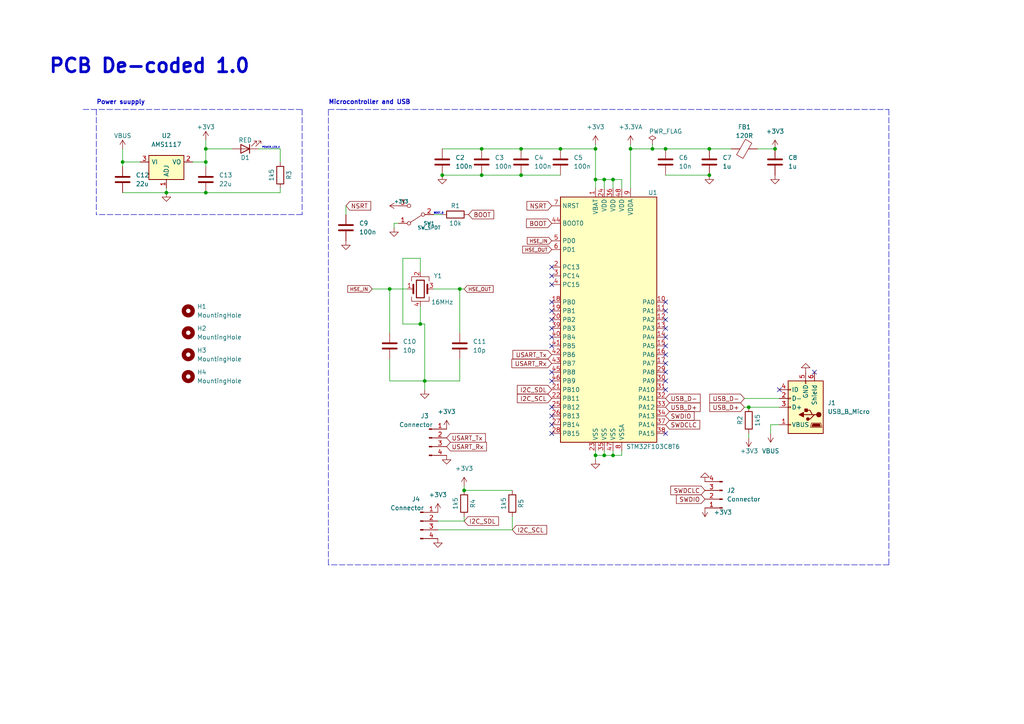
<source format=kicad_sch>
(kicad_sch (version 20211123) (generator eeschema)

  (uuid 3c27dc86-1701-4cfb-9ebf-f044da440656)

  (paper "A4")

  (title_block
    (title "STM32 blue pill")
    (date "2022-09-03")
    (company "IEEE SB NITDGP")
    (comment 1 "My first project")
  )

  (lib_symbols
    (symbol "Connector:Conn_01x04_Male" (pin_names (offset 1.016) hide) (in_bom yes) (on_board yes)
      (property "Reference" "J" (id 0) (at 0 5.08 0)
        (effects (font (size 1.27 1.27)))
      )
      (property "Value" "Conn_01x04_Male" (id 1) (at 0 -7.62 0)
        (effects (font (size 1.27 1.27)))
      )
      (property "Footprint" "" (id 2) (at 0 0 0)
        (effects (font (size 1.27 1.27)) hide)
      )
      (property "Datasheet" "~" (id 3) (at 0 0 0)
        (effects (font (size 1.27 1.27)) hide)
      )
      (property "ki_keywords" "connector" (id 4) (at 0 0 0)
        (effects (font (size 1.27 1.27)) hide)
      )
      (property "ki_description" "Generic connector, single row, 01x04, script generated (kicad-library-utils/schlib/autogen/connector/)" (id 5) (at 0 0 0)
        (effects (font (size 1.27 1.27)) hide)
      )
      (property "ki_fp_filters" "Connector*:*_1x??_*" (id 6) (at 0 0 0)
        (effects (font (size 1.27 1.27)) hide)
      )
      (symbol "Conn_01x04_Male_1_1"
        (polyline
          (pts
            (xy 1.27 -5.08)
            (xy 0.8636 -5.08)
          )
          (stroke (width 0.1524) (type default) (color 0 0 0 0))
          (fill (type none))
        )
        (polyline
          (pts
            (xy 1.27 -2.54)
            (xy 0.8636 -2.54)
          )
          (stroke (width 0.1524) (type default) (color 0 0 0 0))
          (fill (type none))
        )
        (polyline
          (pts
            (xy 1.27 0)
            (xy 0.8636 0)
          )
          (stroke (width 0.1524) (type default) (color 0 0 0 0))
          (fill (type none))
        )
        (polyline
          (pts
            (xy 1.27 2.54)
            (xy 0.8636 2.54)
          )
          (stroke (width 0.1524) (type default) (color 0 0 0 0))
          (fill (type none))
        )
        (rectangle (start 0.8636 -4.953) (end 0 -5.207)
          (stroke (width 0.1524) (type default) (color 0 0 0 0))
          (fill (type outline))
        )
        (rectangle (start 0.8636 -2.413) (end 0 -2.667)
          (stroke (width 0.1524) (type default) (color 0 0 0 0))
          (fill (type outline))
        )
        (rectangle (start 0.8636 0.127) (end 0 -0.127)
          (stroke (width 0.1524) (type default) (color 0 0 0 0))
          (fill (type outline))
        )
        (rectangle (start 0.8636 2.667) (end 0 2.413)
          (stroke (width 0.1524) (type default) (color 0 0 0 0))
          (fill (type outline))
        )
        (pin passive line (at 5.08 2.54 180) (length 3.81)
          (name "Pin_1" (effects (font (size 1.27 1.27))))
          (number "1" (effects (font (size 1.27 1.27))))
        )
        (pin passive line (at 5.08 0 180) (length 3.81)
          (name "Pin_2" (effects (font (size 1.27 1.27))))
          (number "2" (effects (font (size 1.27 1.27))))
        )
        (pin passive line (at 5.08 -2.54 180) (length 3.81)
          (name "Pin_3" (effects (font (size 1.27 1.27))))
          (number "3" (effects (font (size 1.27 1.27))))
        )
        (pin passive line (at 5.08 -5.08 180) (length 3.81)
          (name "Pin_4" (effects (font (size 1.27 1.27))))
          (number "4" (effects (font (size 1.27 1.27))))
        )
      )
    )
    (symbol "Connector:USB_B_Micro" (pin_names (offset 1.016)) (in_bom yes) (on_board yes)
      (property "Reference" "J" (id 0) (at -5.08 11.43 0)
        (effects (font (size 1.27 1.27)) (justify left))
      )
      (property "Value" "USB_B_Micro" (id 1) (at -5.08 8.89 0)
        (effects (font (size 1.27 1.27)) (justify left))
      )
      (property "Footprint" "" (id 2) (at 3.81 -1.27 0)
        (effects (font (size 1.27 1.27)) hide)
      )
      (property "Datasheet" "~" (id 3) (at 3.81 -1.27 0)
        (effects (font (size 1.27 1.27)) hide)
      )
      (property "ki_keywords" "connector USB micro" (id 4) (at 0 0 0)
        (effects (font (size 1.27 1.27)) hide)
      )
      (property "ki_description" "USB Micro Type B connector" (id 5) (at 0 0 0)
        (effects (font (size 1.27 1.27)) hide)
      )
      (property "ki_fp_filters" "USB*" (id 6) (at 0 0 0)
        (effects (font (size 1.27 1.27)) hide)
      )
      (symbol "USB_B_Micro_0_1"
        (rectangle (start -5.08 -7.62) (end 5.08 7.62)
          (stroke (width 0.254) (type default) (color 0 0 0 0))
          (fill (type background))
        )
        (circle (center -3.81 2.159) (radius 0.635)
          (stroke (width 0.254) (type default) (color 0 0 0 0))
          (fill (type outline))
        )
        (circle (center -0.635 3.429) (radius 0.381)
          (stroke (width 0.254) (type default) (color 0 0 0 0))
          (fill (type outline))
        )
        (rectangle (start -0.127 -7.62) (end 0.127 -6.858)
          (stroke (width 0) (type default) (color 0 0 0 0))
          (fill (type none))
        )
        (polyline
          (pts
            (xy -1.905 2.159)
            (xy 0.635 2.159)
          )
          (stroke (width 0.254) (type default) (color 0 0 0 0))
          (fill (type none))
        )
        (polyline
          (pts
            (xy -3.175 2.159)
            (xy -2.54 2.159)
            (xy -1.27 3.429)
            (xy -0.635 3.429)
          )
          (stroke (width 0.254) (type default) (color 0 0 0 0))
          (fill (type none))
        )
        (polyline
          (pts
            (xy -2.54 2.159)
            (xy -1.905 2.159)
            (xy -1.27 0.889)
            (xy 0 0.889)
          )
          (stroke (width 0.254) (type default) (color 0 0 0 0))
          (fill (type none))
        )
        (polyline
          (pts
            (xy 0.635 2.794)
            (xy 0.635 1.524)
            (xy 1.905 2.159)
            (xy 0.635 2.794)
          )
          (stroke (width 0.254) (type default) (color 0 0 0 0))
          (fill (type outline))
        )
        (polyline
          (pts
            (xy -4.318 5.588)
            (xy -1.778 5.588)
            (xy -2.032 4.826)
            (xy -4.064 4.826)
            (xy -4.318 5.588)
          )
          (stroke (width 0) (type default) (color 0 0 0 0))
          (fill (type outline))
        )
        (polyline
          (pts
            (xy -4.699 5.842)
            (xy -4.699 5.588)
            (xy -4.445 4.826)
            (xy -4.445 4.572)
            (xy -1.651 4.572)
            (xy -1.651 4.826)
            (xy -1.397 5.588)
            (xy -1.397 5.842)
            (xy -4.699 5.842)
          )
          (stroke (width 0) (type default) (color 0 0 0 0))
          (fill (type none))
        )
        (rectangle (start 0.254 1.27) (end -0.508 0.508)
          (stroke (width 0.254) (type default) (color 0 0 0 0))
          (fill (type outline))
        )
        (rectangle (start 5.08 -5.207) (end 4.318 -4.953)
          (stroke (width 0) (type default) (color 0 0 0 0))
          (fill (type none))
        )
        (rectangle (start 5.08 -2.667) (end 4.318 -2.413)
          (stroke (width 0) (type default) (color 0 0 0 0))
          (fill (type none))
        )
        (rectangle (start 5.08 -0.127) (end 4.318 0.127)
          (stroke (width 0) (type default) (color 0 0 0 0))
          (fill (type none))
        )
        (rectangle (start 5.08 4.953) (end 4.318 5.207)
          (stroke (width 0) (type default) (color 0 0 0 0))
          (fill (type none))
        )
      )
      (symbol "USB_B_Micro_1_1"
        (pin power_out line (at 7.62 5.08 180) (length 2.54)
          (name "VBUS" (effects (font (size 1.27 1.27))))
          (number "1" (effects (font (size 1.27 1.27))))
        )
        (pin bidirectional line (at 7.62 -2.54 180) (length 2.54)
          (name "D-" (effects (font (size 1.27 1.27))))
          (number "2" (effects (font (size 1.27 1.27))))
        )
        (pin bidirectional line (at 7.62 0 180) (length 2.54)
          (name "D+" (effects (font (size 1.27 1.27))))
          (number "3" (effects (font (size 1.27 1.27))))
        )
        (pin passive line (at 7.62 -5.08 180) (length 2.54)
          (name "ID" (effects (font (size 1.27 1.27))))
          (number "4" (effects (font (size 1.27 1.27))))
        )
        (pin power_out line (at 0 -10.16 90) (length 2.54)
          (name "GND" (effects (font (size 1.27 1.27))))
          (number "5" (effects (font (size 1.27 1.27))))
        )
        (pin passive line (at -2.54 -10.16 90) (length 2.54)
          (name "Shield" (effects (font (size 1.27 1.27))))
          (number "6" (effects (font (size 1.27 1.27))))
        )
      )
    )
    (symbol "Device:C" (pin_numbers hide) (pin_names (offset 0.254)) (in_bom yes) (on_board yes)
      (property "Reference" "C" (id 0) (at 0.635 2.54 0)
        (effects (font (size 1.27 1.27)) (justify left))
      )
      (property "Value" "C" (id 1) (at 0.635 -2.54 0)
        (effects (font (size 1.27 1.27)) (justify left))
      )
      (property "Footprint" "" (id 2) (at 0.9652 -3.81 0)
        (effects (font (size 1.27 1.27)) hide)
      )
      (property "Datasheet" "~" (id 3) (at 0 0 0)
        (effects (font (size 1.27 1.27)) hide)
      )
      (property "ki_keywords" "cap capacitor" (id 4) (at 0 0 0)
        (effects (font (size 1.27 1.27)) hide)
      )
      (property "ki_description" "Unpolarized capacitor" (id 5) (at 0 0 0)
        (effects (font (size 1.27 1.27)) hide)
      )
      (property "ki_fp_filters" "C_*" (id 6) (at 0 0 0)
        (effects (font (size 1.27 1.27)) hide)
      )
      (symbol "C_0_1"
        (polyline
          (pts
            (xy -2.032 -0.762)
            (xy 2.032 -0.762)
          )
          (stroke (width 0.508) (type default) (color 0 0 0 0))
          (fill (type none))
        )
        (polyline
          (pts
            (xy -2.032 0.762)
            (xy 2.032 0.762)
          )
          (stroke (width 0.508) (type default) (color 0 0 0 0))
          (fill (type none))
        )
      )
      (symbol "C_1_1"
        (pin passive line (at 0 3.81 270) (length 2.794)
          (name "~" (effects (font (size 1.27 1.27))))
          (number "1" (effects (font (size 1.27 1.27))))
        )
        (pin passive line (at 0 -3.81 90) (length 2.794)
          (name "~" (effects (font (size 1.27 1.27))))
          (number "2" (effects (font (size 1.27 1.27))))
        )
      )
    )
    (symbol "Device:Crystal_GND24" (pin_names (offset 1.016) hide) (in_bom yes) (on_board yes)
      (property "Reference" "Y" (id 0) (at 3.175 5.08 0)
        (effects (font (size 1.27 1.27)) (justify left))
      )
      (property "Value" "Crystal_GND24" (id 1) (at 3.175 3.175 0)
        (effects (font (size 1.27 1.27)) (justify left))
      )
      (property "Footprint" "" (id 2) (at 0 0 0)
        (effects (font (size 1.27 1.27)) hide)
      )
      (property "Datasheet" "~" (id 3) (at 0 0 0)
        (effects (font (size 1.27 1.27)) hide)
      )
      (property "ki_keywords" "quartz ceramic resonator oscillator" (id 4) (at 0 0 0)
        (effects (font (size 1.27 1.27)) hide)
      )
      (property "ki_description" "Four pin crystal, GND on pins 2 and 4" (id 5) (at 0 0 0)
        (effects (font (size 1.27 1.27)) hide)
      )
      (property "ki_fp_filters" "Crystal*" (id 6) (at 0 0 0)
        (effects (font (size 1.27 1.27)) hide)
      )
      (symbol "Crystal_GND24_0_1"
        (rectangle (start -1.143 2.54) (end 1.143 -2.54)
          (stroke (width 0.3048) (type default) (color 0 0 0 0))
          (fill (type none))
        )
        (polyline
          (pts
            (xy -2.54 0)
            (xy -2.032 0)
          )
          (stroke (width 0) (type default) (color 0 0 0 0))
          (fill (type none))
        )
        (polyline
          (pts
            (xy -2.032 -1.27)
            (xy -2.032 1.27)
          )
          (stroke (width 0.508) (type default) (color 0 0 0 0))
          (fill (type none))
        )
        (polyline
          (pts
            (xy 0 -3.81)
            (xy 0 -3.556)
          )
          (stroke (width 0) (type default) (color 0 0 0 0))
          (fill (type none))
        )
        (polyline
          (pts
            (xy 0 3.556)
            (xy 0 3.81)
          )
          (stroke (width 0) (type default) (color 0 0 0 0))
          (fill (type none))
        )
        (polyline
          (pts
            (xy 2.032 -1.27)
            (xy 2.032 1.27)
          )
          (stroke (width 0.508) (type default) (color 0 0 0 0))
          (fill (type none))
        )
        (polyline
          (pts
            (xy 2.032 0)
            (xy 2.54 0)
          )
          (stroke (width 0) (type default) (color 0 0 0 0))
          (fill (type none))
        )
        (polyline
          (pts
            (xy -2.54 -2.286)
            (xy -2.54 -3.556)
            (xy 2.54 -3.556)
            (xy 2.54 -2.286)
          )
          (stroke (width 0) (type default) (color 0 0 0 0))
          (fill (type none))
        )
        (polyline
          (pts
            (xy -2.54 2.286)
            (xy -2.54 3.556)
            (xy 2.54 3.556)
            (xy 2.54 2.286)
          )
          (stroke (width 0) (type default) (color 0 0 0 0))
          (fill (type none))
        )
      )
      (symbol "Crystal_GND24_1_1"
        (pin passive line (at -3.81 0 0) (length 1.27)
          (name "1" (effects (font (size 1.27 1.27))))
          (number "1" (effects (font (size 1.27 1.27))))
        )
        (pin passive line (at 0 5.08 270) (length 1.27)
          (name "2" (effects (font (size 1.27 1.27))))
          (number "2" (effects (font (size 1.27 1.27))))
        )
        (pin passive line (at 3.81 0 180) (length 1.27)
          (name "3" (effects (font (size 1.27 1.27))))
          (number "3" (effects (font (size 1.27 1.27))))
        )
        (pin passive line (at 0 -5.08 90) (length 1.27)
          (name "4" (effects (font (size 1.27 1.27))))
          (number "4" (effects (font (size 1.27 1.27))))
        )
      )
    )
    (symbol "Device:FerriteBead" (pin_numbers hide) (pin_names (offset 0)) (in_bom yes) (on_board yes)
      (property "Reference" "FB" (id 0) (at -3.81 0.635 90)
        (effects (font (size 1.27 1.27)))
      )
      (property "Value" "FerriteBead" (id 1) (at 3.81 0 90)
        (effects (font (size 1.27 1.27)))
      )
      (property "Footprint" "" (id 2) (at -1.778 0 90)
        (effects (font (size 1.27 1.27)) hide)
      )
      (property "Datasheet" "~" (id 3) (at 0 0 0)
        (effects (font (size 1.27 1.27)) hide)
      )
      (property "ki_keywords" "L ferrite bead inductor filter" (id 4) (at 0 0 0)
        (effects (font (size 1.27 1.27)) hide)
      )
      (property "ki_description" "Ferrite bead" (id 5) (at 0 0 0)
        (effects (font (size 1.27 1.27)) hide)
      )
      (property "ki_fp_filters" "Inductor_* L_* *Ferrite*" (id 6) (at 0 0 0)
        (effects (font (size 1.27 1.27)) hide)
      )
      (symbol "FerriteBead_0_1"
        (polyline
          (pts
            (xy 0 -1.27)
            (xy 0 -1.2192)
          )
          (stroke (width 0) (type default) (color 0 0 0 0))
          (fill (type none))
        )
        (polyline
          (pts
            (xy 0 1.27)
            (xy 0 1.2954)
          )
          (stroke (width 0) (type default) (color 0 0 0 0))
          (fill (type none))
        )
        (polyline
          (pts
            (xy -2.7686 0.4064)
            (xy -1.7018 2.2606)
            (xy 2.7686 -0.3048)
            (xy 1.6764 -2.159)
            (xy -2.7686 0.4064)
          )
          (stroke (width 0) (type default) (color 0 0 0 0))
          (fill (type none))
        )
      )
      (symbol "FerriteBead_1_1"
        (pin passive line (at 0 3.81 270) (length 2.54)
          (name "~" (effects (font (size 1.27 1.27))))
          (number "1" (effects (font (size 1.27 1.27))))
        )
        (pin passive line (at 0 -3.81 90) (length 2.54)
          (name "~" (effects (font (size 1.27 1.27))))
          (number "2" (effects (font (size 1.27 1.27))))
        )
      )
    )
    (symbol "Device:LED" (pin_numbers hide) (pin_names (offset 1.016) hide) (in_bom yes) (on_board yes)
      (property "Reference" "D" (id 0) (at 0 2.54 0)
        (effects (font (size 1.27 1.27)))
      )
      (property "Value" "LED" (id 1) (at 0 -2.54 0)
        (effects (font (size 1.27 1.27)))
      )
      (property "Footprint" "" (id 2) (at 0 0 0)
        (effects (font (size 1.27 1.27)) hide)
      )
      (property "Datasheet" "~" (id 3) (at 0 0 0)
        (effects (font (size 1.27 1.27)) hide)
      )
      (property "ki_keywords" "LED diode" (id 4) (at 0 0 0)
        (effects (font (size 1.27 1.27)) hide)
      )
      (property "ki_description" "Light emitting diode" (id 5) (at 0 0 0)
        (effects (font (size 1.27 1.27)) hide)
      )
      (property "ki_fp_filters" "LED* LED_SMD:* LED_THT:*" (id 6) (at 0 0 0)
        (effects (font (size 1.27 1.27)) hide)
      )
      (symbol "LED_0_1"
        (polyline
          (pts
            (xy -1.27 -1.27)
            (xy -1.27 1.27)
          )
          (stroke (width 0.254) (type default) (color 0 0 0 0))
          (fill (type none))
        )
        (polyline
          (pts
            (xy -1.27 0)
            (xy 1.27 0)
          )
          (stroke (width 0) (type default) (color 0 0 0 0))
          (fill (type none))
        )
        (polyline
          (pts
            (xy 1.27 -1.27)
            (xy 1.27 1.27)
            (xy -1.27 0)
            (xy 1.27 -1.27)
          )
          (stroke (width 0.254) (type default) (color 0 0 0 0))
          (fill (type none))
        )
        (polyline
          (pts
            (xy -3.048 -0.762)
            (xy -4.572 -2.286)
            (xy -3.81 -2.286)
            (xy -4.572 -2.286)
            (xy -4.572 -1.524)
          )
          (stroke (width 0) (type default) (color 0 0 0 0))
          (fill (type none))
        )
        (polyline
          (pts
            (xy -1.778 -0.762)
            (xy -3.302 -2.286)
            (xy -2.54 -2.286)
            (xy -3.302 -2.286)
            (xy -3.302 -1.524)
          )
          (stroke (width 0) (type default) (color 0 0 0 0))
          (fill (type none))
        )
      )
      (symbol "LED_1_1"
        (pin passive line (at -3.81 0 0) (length 2.54)
          (name "K" (effects (font (size 1.27 1.27))))
          (number "1" (effects (font (size 1.27 1.27))))
        )
        (pin passive line (at 3.81 0 180) (length 2.54)
          (name "A" (effects (font (size 1.27 1.27))))
          (number "2" (effects (font (size 1.27 1.27))))
        )
      )
    )
    (symbol "Device:R" (pin_numbers hide) (pin_names (offset 0)) (in_bom yes) (on_board yes)
      (property "Reference" "R" (id 0) (at 2.032 0 90)
        (effects (font (size 1.27 1.27)))
      )
      (property "Value" "R" (id 1) (at 0 0 90)
        (effects (font (size 1.27 1.27)))
      )
      (property "Footprint" "" (id 2) (at -1.778 0 90)
        (effects (font (size 1.27 1.27)) hide)
      )
      (property "Datasheet" "~" (id 3) (at 0 0 0)
        (effects (font (size 1.27 1.27)) hide)
      )
      (property "ki_keywords" "R res resistor" (id 4) (at 0 0 0)
        (effects (font (size 1.27 1.27)) hide)
      )
      (property "ki_description" "Resistor" (id 5) (at 0 0 0)
        (effects (font (size 1.27 1.27)) hide)
      )
      (property "ki_fp_filters" "R_*" (id 6) (at 0 0 0)
        (effects (font (size 1.27 1.27)) hide)
      )
      (symbol "R_0_1"
        (rectangle (start -1.016 -2.54) (end 1.016 2.54)
          (stroke (width 0.254) (type default) (color 0 0 0 0))
          (fill (type none))
        )
      )
      (symbol "R_1_1"
        (pin passive line (at 0 3.81 270) (length 1.27)
          (name "~" (effects (font (size 1.27 1.27))))
          (number "1" (effects (font (size 1.27 1.27))))
        )
        (pin passive line (at 0 -3.81 90) (length 1.27)
          (name "~" (effects (font (size 1.27 1.27))))
          (number "2" (effects (font (size 1.27 1.27))))
        )
      )
    )
    (symbol "MCU_ST_STM32F1:STM32F103C8Tx" (in_bom yes) (on_board yes)
      (property "Reference" "U" (id 0) (at -15.24 36.83 0)
        (effects (font (size 1.27 1.27)) (justify left))
      )
      (property "Value" "STM32F103C8Tx" (id 1) (at 7.62 36.83 0)
        (effects (font (size 1.27 1.27)) (justify left))
      )
      (property "Footprint" "Package_QFP:LQFP-48_7x7mm_P0.5mm" (id 2) (at -15.24 -35.56 0)
        (effects (font (size 1.27 1.27)) (justify right) hide)
      )
      (property "Datasheet" "http://www.st.com/st-web-ui/static/active/en/resource/technical/document/datasheet/CD00161566.pdf" (id 3) (at 0 0 0)
        (effects (font (size 1.27 1.27)) hide)
      )
      (property "ki_keywords" "ARM Cortex-M3 STM32F1 STM32F103" (id 4) (at 0 0 0)
        (effects (font (size 1.27 1.27)) hide)
      )
      (property "ki_description" "ARM Cortex-M3 MCU, 64KB flash, 20KB RAM, 72MHz, 2-3.6V, 37 GPIO, LQFP-48" (id 5) (at 0 0 0)
        (effects (font (size 1.27 1.27)) hide)
      )
      (property "ki_fp_filters" "LQFP*7x7mm*P0.5mm*" (id 6) (at 0 0 0)
        (effects (font (size 1.27 1.27)) hide)
      )
      (symbol "STM32F103C8Tx_0_1"
        (rectangle (start -15.24 -35.56) (end 12.7 35.56)
          (stroke (width 0.254) (type default) (color 0 0 0 0))
          (fill (type background))
        )
      )
      (symbol "STM32F103C8Tx_1_1"
        (pin power_in line (at -5.08 38.1 270) (length 2.54)
          (name "VBAT" (effects (font (size 1.27 1.27))))
          (number "1" (effects (font (size 1.27 1.27))))
        )
        (pin bidirectional line (at 15.24 5.08 180) (length 2.54)
          (name "PA0" (effects (font (size 1.27 1.27))))
          (number "10" (effects (font (size 1.27 1.27))))
        )
        (pin bidirectional line (at 15.24 2.54 180) (length 2.54)
          (name "PA1" (effects (font (size 1.27 1.27))))
          (number "11" (effects (font (size 1.27 1.27))))
        )
        (pin bidirectional line (at 15.24 0 180) (length 2.54)
          (name "PA2" (effects (font (size 1.27 1.27))))
          (number "12" (effects (font (size 1.27 1.27))))
        )
        (pin bidirectional line (at 15.24 -2.54 180) (length 2.54)
          (name "PA3" (effects (font (size 1.27 1.27))))
          (number "13" (effects (font (size 1.27 1.27))))
        )
        (pin bidirectional line (at 15.24 -5.08 180) (length 2.54)
          (name "PA4" (effects (font (size 1.27 1.27))))
          (number "14" (effects (font (size 1.27 1.27))))
        )
        (pin bidirectional line (at 15.24 -7.62 180) (length 2.54)
          (name "PA5" (effects (font (size 1.27 1.27))))
          (number "15" (effects (font (size 1.27 1.27))))
        )
        (pin bidirectional line (at 15.24 -10.16 180) (length 2.54)
          (name "PA6" (effects (font (size 1.27 1.27))))
          (number "16" (effects (font (size 1.27 1.27))))
        )
        (pin bidirectional line (at 15.24 -12.7 180) (length 2.54)
          (name "PA7" (effects (font (size 1.27 1.27))))
          (number "17" (effects (font (size 1.27 1.27))))
        )
        (pin bidirectional line (at -17.78 5.08 0) (length 2.54)
          (name "PB0" (effects (font (size 1.27 1.27))))
          (number "18" (effects (font (size 1.27 1.27))))
        )
        (pin bidirectional line (at -17.78 2.54 0) (length 2.54)
          (name "PB1" (effects (font (size 1.27 1.27))))
          (number "19" (effects (font (size 1.27 1.27))))
        )
        (pin bidirectional line (at -17.78 15.24 0) (length 2.54)
          (name "PC13" (effects (font (size 1.27 1.27))))
          (number "2" (effects (font (size 1.27 1.27))))
        )
        (pin bidirectional line (at -17.78 0 0) (length 2.54)
          (name "PB2" (effects (font (size 1.27 1.27))))
          (number "20" (effects (font (size 1.27 1.27))))
        )
        (pin bidirectional line (at -17.78 -20.32 0) (length 2.54)
          (name "PB10" (effects (font (size 1.27 1.27))))
          (number "21" (effects (font (size 1.27 1.27))))
        )
        (pin bidirectional line (at -17.78 -22.86 0) (length 2.54)
          (name "PB11" (effects (font (size 1.27 1.27))))
          (number "22" (effects (font (size 1.27 1.27))))
        )
        (pin power_in line (at -5.08 -38.1 90) (length 2.54)
          (name "VSS" (effects (font (size 1.27 1.27))))
          (number "23" (effects (font (size 1.27 1.27))))
        )
        (pin power_in line (at -2.54 38.1 270) (length 2.54)
          (name "VDD" (effects (font (size 1.27 1.27))))
          (number "24" (effects (font (size 1.27 1.27))))
        )
        (pin bidirectional line (at -17.78 -25.4 0) (length 2.54)
          (name "PB12" (effects (font (size 1.27 1.27))))
          (number "25" (effects (font (size 1.27 1.27))))
        )
        (pin bidirectional line (at -17.78 -27.94 0) (length 2.54)
          (name "PB13" (effects (font (size 1.27 1.27))))
          (number "26" (effects (font (size 1.27 1.27))))
        )
        (pin bidirectional line (at -17.78 -30.48 0) (length 2.54)
          (name "PB14" (effects (font (size 1.27 1.27))))
          (number "27" (effects (font (size 1.27 1.27))))
        )
        (pin bidirectional line (at -17.78 -33.02 0) (length 2.54)
          (name "PB15" (effects (font (size 1.27 1.27))))
          (number "28" (effects (font (size 1.27 1.27))))
        )
        (pin bidirectional line (at 15.24 -15.24 180) (length 2.54)
          (name "PA8" (effects (font (size 1.27 1.27))))
          (number "29" (effects (font (size 1.27 1.27))))
        )
        (pin bidirectional line (at -17.78 12.7 0) (length 2.54)
          (name "PC14" (effects (font (size 1.27 1.27))))
          (number "3" (effects (font (size 1.27 1.27))))
        )
        (pin bidirectional line (at 15.24 -17.78 180) (length 2.54)
          (name "PA9" (effects (font (size 1.27 1.27))))
          (number "30" (effects (font (size 1.27 1.27))))
        )
        (pin bidirectional line (at 15.24 -20.32 180) (length 2.54)
          (name "PA10" (effects (font (size 1.27 1.27))))
          (number "31" (effects (font (size 1.27 1.27))))
        )
        (pin bidirectional line (at 15.24 -22.86 180) (length 2.54)
          (name "PA11" (effects (font (size 1.27 1.27))))
          (number "32" (effects (font (size 1.27 1.27))))
        )
        (pin bidirectional line (at 15.24 -25.4 180) (length 2.54)
          (name "PA12" (effects (font (size 1.27 1.27))))
          (number "33" (effects (font (size 1.27 1.27))))
        )
        (pin bidirectional line (at 15.24 -27.94 180) (length 2.54)
          (name "PA13" (effects (font (size 1.27 1.27))))
          (number "34" (effects (font (size 1.27 1.27))))
        )
        (pin power_in line (at -2.54 -38.1 90) (length 2.54)
          (name "VSS" (effects (font (size 1.27 1.27))))
          (number "35" (effects (font (size 1.27 1.27))))
        )
        (pin power_in line (at 0 38.1 270) (length 2.54)
          (name "VDD" (effects (font (size 1.27 1.27))))
          (number "36" (effects (font (size 1.27 1.27))))
        )
        (pin bidirectional line (at 15.24 -30.48 180) (length 2.54)
          (name "PA14" (effects (font (size 1.27 1.27))))
          (number "37" (effects (font (size 1.27 1.27))))
        )
        (pin bidirectional line (at 15.24 -33.02 180) (length 2.54)
          (name "PA15" (effects (font (size 1.27 1.27))))
          (number "38" (effects (font (size 1.27 1.27))))
        )
        (pin bidirectional line (at -17.78 -2.54 0) (length 2.54)
          (name "PB3" (effects (font (size 1.27 1.27))))
          (number "39" (effects (font (size 1.27 1.27))))
        )
        (pin bidirectional line (at -17.78 10.16 0) (length 2.54)
          (name "PC15" (effects (font (size 1.27 1.27))))
          (number "4" (effects (font (size 1.27 1.27))))
        )
        (pin bidirectional line (at -17.78 -5.08 0) (length 2.54)
          (name "PB4" (effects (font (size 1.27 1.27))))
          (number "40" (effects (font (size 1.27 1.27))))
        )
        (pin bidirectional line (at -17.78 -7.62 0) (length 2.54)
          (name "PB5" (effects (font (size 1.27 1.27))))
          (number "41" (effects (font (size 1.27 1.27))))
        )
        (pin bidirectional line (at -17.78 -10.16 0) (length 2.54)
          (name "PB6" (effects (font (size 1.27 1.27))))
          (number "42" (effects (font (size 1.27 1.27))))
        )
        (pin bidirectional line (at -17.78 -12.7 0) (length 2.54)
          (name "PB7" (effects (font (size 1.27 1.27))))
          (number "43" (effects (font (size 1.27 1.27))))
        )
        (pin input line (at -17.78 27.94 0) (length 2.54)
          (name "BOOT0" (effects (font (size 1.27 1.27))))
          (number "44" (effects (font (size 1.27 1.27))))
        )
        (pin bidirectional line (at -17.78 -15.24 0) (length 2.54)
          (name "PB8" (effects (font (size 1.27 1.27))))
          (number "45" (effects (font (size 1.27 1.27))))
        )
        (pin bidirectional line (at -17.78 -17.78 0) (length 2.54)
          (name "PB9" (effects (font (size 1.27 1.27))))
          (number "46" (effects (font (size 1.27 1.27))))
        )
        (pin power_in line (at 0 -38.1 90) (length 2.54)
          (name "VSS" (effects (font (size 1.27 1.27))))
          (number "47" (effects (font (size 1.27 1.27))))
        )
        (pin power_in line (at 2.54 38.1 270) (length 2.54)
          (name "VDD" (effects (font (size 1.27 1.27))))
          (number "48" (effects (font (size 1.27 1.27))))
        )
        (pin input line (at -17.78 22.86 0) (length 2.54)
          (name "PD0" (effects (font (size 1.27 1.27))))
          (number "5" (effects (font (size 1.27 1.27))))
        )
        (pin input line (at -17.78 20.32 0) (length 2.54)
          (name "PD1" (effects (font (size 1.27 1.27))))
          (number "6" (effects (font (size 1.27 1.27))))
        )
        (pin input line (at -17.78 33.02 0) (length 2.54)
          (name "NRST" (effects (font (size 1.27 1.27))))
          (number "7" (effects (font (size 1.27 1.27))))
        )
        (pin power_in line (at 2.54 -38.1 90) (length 2.54)
          (name "VSSA" (effects (font (size 1.27 1.27))))
          (number "8" (effects (font (size 1.27 1.27))))
        )
        (pin power_in line (at 5.08 38.1 270) (length 2.54)
          (name "VDDA" (effects (font (size 1.27 1.27))))
          (number "9" (effects (font (size 1.27 1.27))))
        )
      )
    )
    (symbol "Mechanical:MountingHole" (pin_names (offset 1.016)) (in_bom yes) (on_board yes)
      (property "Reference" "H" (id 0) (at 0 5.08 0)
        (effects (font (size 1.27 1.27)))
      )
      (property "Value" "MountingHole" (id 1) (at 0 3.175 0)
        (effects (font (size 1.27 1.27)))
      )
      (property "Footprint" "" (id 2) (at 0 0 0)
        (effects (font (size 1.27 1.27)) hide)
      )
      (property "Datasheet" "~" (id 3) (at 0 0 0)
        (effects (font (size 1.27 1.27)) hide)
      )
      (property "ki_keywords" "mounting hole" (id 4) (at 0 0 0)
        (effects (font (size 1.27 1.27)) hide)
      )
      (property "ki_description" "Mounting Hole without connection" (id 5) (at 0 0 0)
        (effects (font (size 1.27 1.27)) hide)
      )
      (property "ki_fp_filters" "MountingHole*" (id 6) (at 0 0 0)
        (effects (font (size 1.27 1.27)) hide)
      )
      (symbol "MountingHole_0_1"
        (circle (center 0 0) (radius 1.27)
          (stroke (width 1.27) (type default) (color 0 0 0 0))
          (fill (type none))
        )
      )
    )
    (symbol "Regulator_Linear:AMS1117" (pin_names (offset 0.762)) (in_bom yes) (on_board yes)
      (property "Reference" "U" (id 0) (at -3.81 3.175 0)
        (effects (font (size 1.27 1.27)))
      )
      (property "Value" "AMS1117" (id 1) (at 0 3.175 0)
        (effects (font (size 1.27 1.27)) (justify left))
      )
      (property "Footprint" "Package_TO_SOT_SMD:SOT-223-3_TabPin2" (id 2) (at 0 5.08 0)
        (effects (font (size 1.27 1.27)) hide)
      )
      (property "Datasheet" "http://www.advanced-monolithic.com/pdf/ds1117.pdf" (id 3) (at 2.54 -6.35 0)
        (effects (font (size 1.27 1.27)) hide)
      )
      (property "ki_keywords" "linear regulator ldo adjustable positive" (id 4) (at 0 0 0)
        (effects (font (size 1.27 1.27)) hide)
      )
      (property "ki_description" "1A Low Dropout regulator, positive, adjustable output, SOT-223" (id 5) (at 0 0 0)
        (effects (font (size 1.27 1.27)) hide)
      )
      (property "ki_fp_filters" "SOT?223*TabPin2*" (id 6) (at 0 0 0)
        (effects (font (size 1.27 1.27)) hide)
      )
      (symbol "AMS1117_0_1"
        (rectangle (start -5.08 -5.08) (end 5.08 1.905)
          (stroke (width 0.254) (type default) (color 0 0 0 0))
          (fill (type background))
        )
      )
      (symbol "AMS1117_1_1"
        (pin input line (at 0 -7.62 90) (length 2.54)
          (name "ADJ" (effects (font (size 1.27 1.27))))
          (number "1" (effects (font (size 1.27 1.27))))
        )
        (pin power_out line (at 7.62 0 180) (length 2.54)
          (name "VO" (effects (font (size 1.27 1.27))))
          (number "2" (effects (font (size 1.27 1.27))))
        )
        (pin power_in line (at -7.62 0 0) (length 2.54)
          (name "VI" (effects (font (size 1.27 1.27))))
          (number "3" (effects (font (size 1.27 1.27))))
        )
      )
    )
    (symbol "Switch:SW_SPDT" (pin_names (offset 0) hide) (in_bom yes) (on_board yes)
      (property "Reference" "SW" (id 0) (at 0 4.318 0)
        (effects (font (size 1.27 1.27)))
      )
      (property "Value" "SW_SPDT" (id 1) (at 0 -5.08 0)
        (effects (font (size 1.27 1.27)))
      )
      (property "Footprint" "" (id 2) (at 0 0 0)
        (effects (font (size 1.27 1.27)) hide)
      )
      (property "Datasheet" "~" (id 3) (at 0 0 0)
        (effects (font (size 1.27 1.27)) hide)
      )
      (property "ki_keywords" "switch single-pole double-throw spdt ON-ON" (id 4) (at 0 0 0)
        (effects (font (size 1.27 1.27)) hide)
      )
      (property "ki_description" "Switch, single pole double throw" (id 5) (at 0 0 0)
        (effects (font (size 1.27 1.27)) hide)
      )
      (symbol "SW_SPDT_0_0"
        (circle (center -2.032 0) (radius 0.508)
          (stroke (width 0) (type default) (color 0 0 0 0))
          (fill (type none))
        )
        (circle (center 2.032 -2.54) (radius 0.508)
          (stroke (width 0) (type default) (color 0 0 0 0))
          (fill (type none))
        )
      )
      (symbol "SW_SPDT_0_1"
        (polyline
          (pts
            (xy -1.524 0.254)
            (xy 1.651 2.286)
          )
          (stroke (width 0) (type default) (color 0 0 0 0))
          (fill (type none))
        )
        (circle (center 2.032 2.54) (radius 0.508)
          (stroke (width 0) (type default) (color 0 0 0 0))
          (fill (type none))
        )
      )
      (symbol "SW_SPDT_1_1"
        (pin passive line (at 5.08 2.54 180) (length 2.54)
          (name "A" (effects (font (size 1.27 1.27))))
          (number "1" (effects (font (size 1.27 1.27))))
        )
        (pin passive line (at -5.08 0 0) (length 2.54)
          (name "B" (effects (font (size 1.27 1.27))))
          (number "2" (effects (font (size 1.27 1.27))))
        )
        (pin passive line (at 5.08 -2.54 180) (length 2.54)
          (name "C" (effects (font (size 1.27 1.27))))
          (number "3" (effects (font (size 1.27 1.27))))
        )
      )
    )
    (symbol "power:+3.3V" (power) (pin_names (offset 0)) (in_bom yes) (on_board yes)
      (property "Reference" "#PWR" (id 0) (at 0 -3.81 0)
        (effects (font (size 1.27 1.27)) hide)
      )
      (property "Value" "+3.3V" (id 1) (at 0 3.556 0)
        (effects (font (size 1.27 1.27)))
      )
      (property "Footprint" "" (id 2) (at 0 0 0)
        (effects (font (size 1.27 1.27)) hide)
      )
      (property "Datasheet" "" (id 3) (at 0 0 0)
        (effects (font (size 1.27 1.27)) hide)
      )
      (property "ki_keywords" "power-flag" (id 4) (at 0 0 0)
        (effects (font (size 1.27 1.27)) hide)
      )
      (property "ki_description" "Power symbol creates a global label with name \"+3.3V\"" (id 5) (at 0 0 0)
        (effects (font (size 1.27 1.27)) hide)
      )
      (symbol "+3.3V_0_1"
        (polyline
          (pts
            (xy -0.762 1.27)
            (xy 0 2.54)
          )
          (stroke (width 0) (type default) (color 0 0 0 0))
          (fill (type none))
        )
        (polyline
          (pts
            (xy 0 0)
            (xy 0 2.54)
          )
          (stroke (width 0) (type default) (color 0 0 0 0))
          (fill (type none))
        )
        (polyline
          (pts
            (xy 0 2.54)
            (xy 0.762 1.27)
          )
          (stroke (width 0) (type default) (color 0 0 0 0))
          (fill (type none))
        )
      )
      (symbol "+3.3V_1_1"
        (pin power_in line (at 0 0 90) (length 0) hide
          (name "+3V3" (effects (font (size 1.27 1.27))))
          (number "1" (effects (font (size 1.27 1.27))))
        )
      )
    )
    (symbol "power:+3.3VA" (power) (pin_names (offset 0)) (in_bom yes) (on_board yes)
      (property "Reference" "#PWR" (id 0) (at 0 -3.81 0)
        (effects (font (size 1.27 1.27)) hide)
      )
      (property "Value" "+3.3VA" (id 1) (at 0 3.556 0)
        (effects (font (size 1.27 1.27)))
      )
      (property "Footprint" "" (id 2) (at 0 0 0)
        (effects (font (size 1.27 1.27)) hide)
      )
      (property "Datasheet" "" (id 3) (at 0 0 0)
        (effects (font (size 1.27 1.27)) hide)
      )
      (property "ki_keywords" "power-flag" (id 4) (at 0 0 0)
        (effects (font (size 1.27 1.27)) hide)
      )
      (property "ki_description" "Power symbol creates a global label with name \"+3.3VA\"" (id 5) (at 0 0 0)
        (effects (font (size 1.27 1.27)) hide)
      )
      (symbol "+3.3VA_0_1"
        (polyline
          (pts
            (xy -0.762 1.27)
            (xy 0 2.54)
          )
          (stroke (width 0) (type default) (color 0 0 0 0))
          (fill (type none))
        )
        (polyline
          (pts
            (xy 0 0)
            (xy 0 2.54)
          )
          (stroke (width 0) (type default) (color 0 0 0 0))
          (fill (type none))
        )
        (polyline
          (pts
            (xy 0 2.54)
            (xy 0.762 1.27)
          )
          (stroke (width 0) (type default) (color 0 0 0 0))
          (fill (type none))
        )
      )
      (symbol "+3.3VA_1_1"
        (pin power_in line (at 0 0 90) (length 0) hide
          (name "+3.3VA" (effects (font (size 1.27 1.27))))
          (number "1" (effects (font (size 1.27 1.27))))
        )
      )
    )
    (symbol "power:GND" (power) (pin_names (offset 0)) (in_bom yes) (on_board yes)
      (property "Reference" "#PWR" (id 0) (at 0 -6.35 0)
        (effects (font (size 1.27 1.27)) hide)
      )
      (property "Value" "GND" (id 1) (at 0 -3.81 0)
        (effects (font (size 1.27 1.27)))
      )
      (property "Footprint" "" (id 2) (at 0 0 0)
        (effects (font (size 1.27 1.27)) hide)
      )
      (property "Datasheet" "" (id 3) (at 0 0 0)
        (effects (font (size 1.27 1.27)) hide)
      )
      (property "ki_keywords" "power-flag" (id 4) (at 0 0 0)
        (effects (font (size 1.27 1.27)) hide)
      )
      (property "ki_description" "Power symbol creates a global label with name \"GND\" , ground" (id 5) (at 0 0 0)
        (effects (font (size 1.27 1.27)) hide)
      )
      (symbol "GND_0_1"
        (polyline
          (pts
            (xy 0 0)
            (xy 0 -1.27)
            (xy 1.27 -1.27)
            (xy 0 -2.54)
            (xy -1.27 -1.27)
            (xy 0 -1.27)
          )
          (stroke (width 0) (type default) (color 0 0 0 0))
          (fill (type none))
        )
      )
      (symbol "GND_1_1"
        (pin power_in line (at 0 0 270) (length 0) hide
          (name "GND" (effects (font (size 1.27 1.27))))
          (number "1" (effects (font (size 1.27 1.27))))
        )
      )
    )
    (symbol "power:PWR_FLAG" (power) (pin_numbers hide) (pin_names (offset 0) hide) (in_bom yes) (on_board yes)
      (property "Reference" "#FLG" (id 0) (at 0 1.905 0)
        (effects (font (size 1.27 1.27)) hide)
      )
      (property "Value" "PWR_FLAG" (id 1) (at 0 3.81 0)
        (effects (font (size 1.27 1.27)))
      )
      (property "Footprint" "" (id 2) (at 0 0 0)
        (effects (font (size 1.27 1.27)) hide)
      )
      (property "Datasheet" "~" (id 3) (at 0 0 0)
        (effects (font (size 1.27 1.27)) hide)
      )
      (property "ki_keywords" "power-flag" (id 4) (at 0 0 0)
        (effects (font (size 1.27 1.27)) hide)
      )
      (property "ki_description" "Special symbol for telling ERC where power comes from" (id 5) (at 0 0 0)
        (effects (font (size 1.27 1.27)) hide)
      )
      (symbol "PWR_FLAG_0_0"
        (pin power_out line (at 0 0 90) (length 0)
          (name "pwr" (effects (font (size 1.27 1.27))))
          (number "1" (effects (font (size 1.27 1.27))))
        )
      )
      (symbol "PWR_FLAG_0_1"
        (polyline
          (pts
            (xy 0 0)
            (xy 0 1.27)
            (xy -1.016 1.905)
            (xy 0 2.54)
            (xy 1.016 1.905)
            (xy 0 1.27)
          )
          (stroke (width 0) (type default) (color 0 0 0 0))
          (fill (type none))
        )
      )
    )
    (symbol "power:VBUS" (power) (pin_names (offset 0)) (in_bom yes) (on_board yes)
      (property "Reference" "#PWR" (id 0) (at 0 -3.81 0)
        (effects (font (size 1.27 1.27)) hide)
      )
      (property "Value" "VBUS" (id 1) (at 0 3.81 0)
        (effects (font (size 1.27 1.27)))
      )
      (property "Footprint" "" (id 2) (at 0 0 0)
        (effects (font (size 1.27 1.27)) hide)
      )
      (property "Datasheet" "" (id 3) (at 0 0 0)
        (effects (font (size 1.27 1.27)) hide)
      )
      (property "ki_keywords" "power-flag" (id 4) (at 0 0 0)
        (effects (font (size 1.27 1.27)) hide)
      )
      (property "ki_description" "Power symbol creates a global label with name \"VBUS\"" (id 5) (at 0 0 0)
        (effects (font (size 1.27 1.27)) hide)
      )
      (symbol "VBUS_0_1"
        (polyline
          (pts
            (xy -0.762 1.27)
            (xy 0 2.54)
          )
          (stroke (width 0) (type default) (color 0 0 0 0))
          (fill (type none))
        )
        (polyline
          (pts
            (xy 0 0)
            (xy 0 2.54)
          )
          (stroke (width 0) (type default) (color 0 0 0 0))
          (fill (type none))
        )
        (polyline
          (pts
            (xy 0 2.54)
            (xy 0.762 1.27)
          )
          (stroke (width 0) (type default) (color 0 0 0 0))
          (fill (type none))
        )
      )
      (symbol "VBUS_1_1"
        (pin power_in line (at 0 0 90) (length 0) hide
          (name "VBUS" (effects (font (size 1.27 1.27))))
          (number "1" (effects (font (size 1.27 1.27))))
        )
      )
    )
  )

  (junction (at 151.13 50.8) (diameter 0) (color 0 0 0 0)
    (uuid 1dd0d2bd-4eb4-4ecc-9842-862d8e85230d)
  )
  (junction (at 175.26 132.08) (diameter 0) (color 0 0 0 0)
    (uuid 31978e04-4ba6-4211-ad6b-1488d6a4dd14)
  )
  (junction (at 217.17 118.11) (diameter 0) (color 0 0 0 0)
    (uuid 3b63e46e-9a44-4741-a96e-c1c6dd8a6002)
  )
  (junction (at 151.13 43.18) (diameter 0) (color 0 0 0 0)
    (uuid 3f0ef1f2-089c-45c2-8ee5-adb8727b42b2)
  )
  (junction (at 172.72 52.07) (diameter 0) (color 0 0 0 0)
    (uuid 471aa924-43fc-450a-bbd0-4ce5ca26758c)
  )
  (junction (at 189.23 43.18) (diameter 0) (color 0 0 0 0)
    (uuid 5715fa5a-634f-40c0-90b6-9b22f6cf45f5)
  )
  (junction (at 128.27 50.8) (diameter 0) (color 0 0 0 0)
    (uuid 5b2815b2-0747-4b84-b345-2ae71417a219)
  )
  (junction (at 172.72 132.08) (diameter 0) (color 0 0 0 0)
    (uuid 5d0c20d3-b764-401f-8eba-c22ee30ed4ee)
  )
  (junction (at 59.69 43.18) (diameter 0) (color 0 0 0 0)
    (uuid 7058ff65-7145-4ab5-ab38-5a0cb9bbb917)
  )
  (junction (at 35.56 46.99) (diameter 0) (color 0 0 0 0)
    (uuid 70ebe86c-5204-490a-a89c-4bc20943a83a)
  )
  (junction (at 172.72 43.18) (diameter 0) (color 0 0 0 0)
    (uuid 71b69848-cede-4bf0-ae90-84577be9c364)
  )
  (junction (at 193.04 43.18) (diameter 0) (color 0 0 0 0)
    (uuid 746234e2-2398-4e3f-8789-0b5a231b1513)
  )
  (junction (at 121.92 93.98) (diameter 0) (color 0 0 0 0)
    (uuid 78da81e4-7872-4277-8a05-611ba7cc6f78)
  )
  (junction (at 175.26 52.07) (diameter 0) (color 0 0 0 0)
    (uuid 8a2fe436-333f-4e4e-adce-3187f3f5615c)
  )
  (junction (at 48.26 55.88) (diameter 0) (color 0 0 0 0)
    (uuid 909421c0-4055-46da-9615-8392d690b6ba)
  )
  (junction (at 177.8 132.08) (diameter 0) (color 0 0 0 0)
    (uuid 9b779fd5-52f1-4d22-b8bc-ba921459b688)
  )
  (junction (at 133.35 83.82) (diameter 0) (color 0 0 0 0)
    (uuid a61b9fd6-6a63-4f67-8e54-fa7503a17133)
  )
  (junction (at 182.88 43.18) (diameter 0) (color 0 0 0 0)
    (uuid a824e723-c965-41fa-b4e2-adc2e13edd96)
  )
  (junction (at 59.69 55.88) (diameter 0) (color 0 0 0 0)
    (uuid aff66319-dab4-4771-b062-1cff2df33512)
  )
  (junction (at 139.7 50.8) (diameter 0) (color 0 0 0 0)
    (uuid b9ffa935-addc-41e7-8386-a670ad6f70bb)
  )
  (junction (at 134.62 142.24) (diameter 0) (color 0 0 0 0)
    (uuid c32bdee9-850b-4d9e-baa6-b552c35ca885)
  )
  (junction (at 205.74 43.18) (diameter 0) (color 0 0 0 0)
    (uuid cb945ee5-e7b0-4d8b-bde7-3c238e74bebb)
  )
  (junction (at 123.19 110.49) (diameter 0) (color 0 0 0 0)
    (uuid d5f9cecc-2def-406e-8835-e7c5d0856d80)
  )
  (junction (at 113.03 83.82) (diameter 0) (color 0 0 0 0)
    (uuid df457a9a-f5a5-4c63-8694-61c9bd9b48cf)
  )
  (junction (at 224.79 43.18) (diameter 0) (color 0 0 0 0)
    (uuid e3f4fc04-099c-4269-bab3-8174a4db9711)
  )
  (junction (at 205.74 50.8) (diameter 0) (color 0 0 0 0)
    (uuid ebe37e63-94bb-4261-9c50-8c8316116ee9)
  )
  (junction (at 59.69 46.99) (diameter 0) (color 0 0 0 0)
    (uuid edfe7723-75dc-4acb-b3b4-351af9c64112)
  )
  (junction (at 177.8 52.07) (diameter 0) (color 0 0 0 0)
    (uuid f1861d07-06e6-449a-80b2-703f1a4fda29)
  )
  (junction (at 139.7 43.18) (diameter 0) (color 0 0 0 0)
    (uuid fa471c7a-0b05-4274-b74f-939fc40de411)
  )
  (junction (at 162.56 43.18) (diameter 0) (color 0 0 0 0)
    (uuid fab57df0-4c65-4d7e-b81b-6699fba6668d)
  )

  (no_connect (at 160.02 92.71) (uuid 032f338f-306f-42d9-8cbd-d88bfe9709ab))
  (no_connect (at 160.02 95.25) (uuid 0dd860d7-eee6-4ee8-bff7-29aac6b4ff07))
  (no_connect (at 193.04 107.95) (uuid 116b8f3e-730c-4bdf-868c-6b98f7ce76da))
  (no_connect (at 193.04 110.49) (uuid 16938cc0-f8f7-42f0-be23-7ef5882eb952))
  (no_connect (at 193.04 102.87) (uuid 199abaf2-de82-4beb-a679-f3072fb886bb))
  (no_connect (at 193.04 125.73) (uuid 1a8765ae-e32b-4f2d-9a1e-336d4c272956))
  (no_connect (at 160.02 82.55) (uuid 1fc0ecbc-34d8-484e-85f0-8ca6f0731ab0))
  (no_connect (at 160.02 123.19) (uuid 3f5dd2df-21e9-4449-98d0-20c04d0fd22a))
  (no_connect (at 160.02 110.49) (uuid 47e5c257-3131-4891-8b7d-0890af0baf05))
  (no_connect (at 160.02 107.95) (uuid 5f50093d-93b5-45db-8012-26d483a330a8))
  (no_connect (at 193.04 90.17) (uuid 68985906-c665-4e39-8f2b-502e12ecf399))
  (no_connect (at 160.02 97.79) (uuid 8030ebfb-319e-44c8-b678-b18346bbfb5d))
  (no_connect (at 193.04 95.25) (uuid 89927ce1-953a-419c-9f02-359dde69e182))
  (no_connect (at 160.02 120.65) (uuid 9ea62bc6-6367-4ac0-8662-33d454ef7210))
  (no_connect (at 193.04 105.41) (uuid aa8a1b52-aefe-4354-a15a-1a02a835abd4))
  (no_connect (at 193.04 100.33) (uuid b1ff2e17-ecd2-4b01-b087-491aeb15a9dd))
  (no_connect (at 160.02 77.47) (uuid b219fa66-ac3e-4d90-b9c6-ce2471253386))
  (no_connect (at 160.02 87.63) (uuid b3724157-4746-42bf-869d-01e3b75c43a8))
  (no_connect (at 193.04 87.63) (uuid d6b9addd-d403-4d5b-a821-67f41e463bfa))
  (no_connect (at 160.02 100.33) (uuid dc533aeb-070e-4a6e-a4fb-840b8ebbebcb))
  (no_connect (at 160.02 125.73) (uuid dfaa87b9-5fb3-400a-bf4c-28b99d4cfb47))
  (no_connect (at 193.04 97.79) (uuid e9d984a7-288a-4b26-8695-840d67cd0e21))
  (no_connect (at 160.02 118.11) (uuid eaa94493-19fb-4bcb-a9e6-69dae981540d))
  (no_connect (at 193.04 113.03) (uuid f10d7d50-c9ef-4cb5-8bac-bbbe351692a2))
  (no_connect (at 193.04 92.71) (uuid f1ac04bf-7f28-4eda-8d55-eb7b36264e8d))
  (no_connect (at 160.02 90.17) (uuid f5942112-9b56-451b-8bb6-0d98977373ef))
  (no_connect (at 226.06 113.03) (uuid f94a4de1-2e24-4f6b-b19f-039b6aacd05e))
  (no_connect (at 236.22 107.95) (uuid f94a4de1-2e24-4f6b-b19f-039b6aacd05f))
  (no_connect (at 160.02 80.01) (uuid fe3c3735-5a95-4898-8c66-b8f616efebed))

  (wire (pts (xy 81.28 54.61) (xy 81.28 55.88))
    (stroke (width 0) (type default) (color 0 0 0 0))
    (uuid 01c29c4c-7c45-4991-84ae-dbef146458da)
  )
  (wire (pts (xy 177.8 52.07) (xy 175.26 52.07))
    (stroke (width 0) (type default) (color 0 0 0 0))
    (uuid 01d62272-c7ec-4d23-8198-8d34c44f9ba8)
  )
  (wire (pts (xy 113.03 104.14) (xy 113.03 110.49))
    (stroke (width 0) (type default) (color 0 0 0 0))
    (uuid 034e5945-3a23-45c7-9243-7bd7c246e0b1)
  )
  (wire (pts (xy 133.35 110.49) (xy 123.19 110.49))
    (stroke (width 0) (type default) (color 0 0 0 0))
    (uuid 07463173-d442-43c9-80d5-62a932ded30b)
  )
  (wire (pts (xy 182.88 43.18) (xy 189.23 43.18))
    (stroke (width 0) (type default) (color 0 0 0 0))
    (uuid 0b624806-d88a-429b-b9d9-62ff4c2aa9c7)
  )
  (wire (pts (xy 116.84 74.93) (xy 116.84 93.98))
    (stroke (width 0) (type default) (color 0 0 0 0))
    (uuid 0c06c5ae-27f1-4521-a40e-1db3c4daf6b4)
  )
  (polyline (pts (xy 257.81 163.83) (xy 95.25 163.83))
    (stroke (width 0) (type default) (color 0 0 0 0))
    (uuid 0c0d1244-134b-4e32-980e-788e1de5f27a)
  )

  (wire (pts (xy 175.26 132.08) (xy 172.72 132.08))
    (stroke (width 0) (type default) (color 0 0 0 0))
    (uuid 0c4c9322-6212-4932-a693-ed0202d6e681)
  )
  (wire (pts (xy 172.72 130.81) (xy 172.72 132.08))
    (stroke (width 0) (type default) (color 0 0 0 0))
    (uuid 0e9c3401-72b7-48ae-b695-e74020bba81a)
  )
  (wire (pts (xy 121.92 74.93) (xy 121.92 78.74))
    (stroke (width 0) (type default) (color 0 0 0 0))
    (uuid 1310cee4-972d-478f-aa6e-3106812a70ac)
  )
  (polyline (pts (xy 99.06 31.75) (xy 257.81 31.75))
    (stroke (width 0) (type default) (color 0 0 0 0))
    (uuid 17d62a36-b92e-4c2d-b37f-88607800acec)
  )

  (wire (pts (xy 81.28 43.18) (xy 81.28 46.99))
    (stroke (width 0) (type default) (color 0 0 0 0))
    (uuid 1cd7429c-1bf6-455c-93ec-9a6245eef097)
  )
  (wire (pts (xy 193.04 50.8) (xy 205.74 50.8))
    (stroke (width 0) (type default) (color 0 0 0 0))
    (uuid 1ce15c77-9268-4145-ab00-2e186578141b)
  )
  (wire (pts (xy 180.34 130.81) (xy 180.34 132.08))
    (stroke (width 0) (type default) (color 0 0 0 0))
    (uuid 1ef6da63-a7ab-43ab-bd79-e0a5b6cd1ae9)
  )
  (wire (pts (xy 59.69 46.99) (xy 59.69 48.26))
    (stroke (width 0) (type default) (color 0 0 0 0))
    (uuid 21aaf5ca-8c2e-44f9-9590-dcc7b868773c)
  )
  (wire (pts (xy 182.88 41.91) (xy 182.88 43.18))
    (stroke (width 0) (type default) (color 0 0 0 0))
    (uuid 245f6dee-ecba-4e23-b93c-1f97dc2a499f)
  )
  (wire (pts (xy 139.7 43.18) (xy 151.13 43.18))
    (stroke (width 0) (type default) (color 0 0 0 0))
    (uuid 24e4defb-c095-4490-8342-94a31e36e905)
  )
  (wire (pts (xy 193.04 43.18) (xy 205.74 43.18))
    (stroke (width 0) (type default) (color 0 0 0 0))
    (uuid 2cfc4646-14f2-4b36-a72c-c407202ada77)
  )
  (wire (pts (xy 128.27 50.8) (xy 139.7 50.8))
    (stroke (width 0) (type default) (color 0 0 0 0))
    (uuid 2fe2ef79-a0d1-4056-8ec2-7fccbf58af73)
  )
  (wire (pts (xy 35.56 55.88) (xy 48.26 55.88))
    (stroke (width 0) (type default) (color 0 0 0 0))
    (uuid 3018567d-4753-4b2f-9f86-8cdd84859300)
  )
  (wire (pts (xy 127 153.67) (xy 148.59 153.67))
    (stroke (width 0) (type default) (color 0 0 0 0))
    (uuid 36fbc5b5-4866-4938-b756-78cbcc91e69e)
  )
  (wire (pts (xy 189.23 41.91) (xy 189.23 43.18))
    (stroke (width 0) (type default) (color 0 0 0 0))
    (uuid 3874bad0-6962-418d-a123-c0dbddde79ee)
  )
  (wire (pts (xy 35.56 43.18) (xy 35.56 46.99))
    (stroke (width 0) (type default) (color 0 0 0 0))
    (uuid 39684af5-2953-417d-a6ae-410e773dd2b6)
  )
  (wire (pts (xy 114.3 64.77) (xy 115.57 64.77))
    (stroke (width 0) (type default) (color 0 0 0 0))
    (uuid 3ad84dfc-582c-46fd-926f-1dd5ace51200)
  )
  (wire (pts (xy 133.35 104.14) (xy 133.35 110.49))
    (stroke (width 0) (type default) (color 0 0 0 0))
    (uuid 414eb945-352a-48ef-9e81-d05c343450c7)
  )
  (wire (pts (xy 134.62 140.97) (xy 134.62 142.24))
    (stroke (width 0) (type default) (color 0 0 0 0))
    (uuid 4335381c-bdc6-4559-be39-793a231a8060)
  )
  (wire (pts (xy 151.13 50.8) (xy 162.56 50.8))
    (stroke (width 0) (type default) (color 0 0 0 0))
    (uuid 45450dcd-eddd-40b9-b837-4c8ae62e52e0)
  )
  (wire (pts (xy 177.8 52.07) (xy 177.8 54.61))
    (stroke (width 0) (type default) (color 0 0 0 0))
    (uuid 5165ddd1-98ce-44c3-b751-3ad6d8f6a4bc)
  )
  (polyline (pts (xy 87.63 31.75) (xy 87.63 62.23))
    (stroke (width 0) (type default) (color 0 0 0 0))
    (uuid 5503f012-bb1c-439b-8556-f472148e347a)
  )

  (wire (pts (xy 55.88 46.99) (xy 59.69 46.99))
    (stroke (width 0) (type default) (color 0 0 0 0))
    (uuid 57293b71-375b-470a-94ae-8e97a7a32db6)
  )
  (wire (pts (xy 180.34 54.61) (xy 180.34 52.07))
    (stroke (width 0) (type default) (color 0 0 0 0))
    (uuid 59625538-e0d5-473a-9ca2-e36f3796f17e)
  )
  (wire (pts (xy 128.27 43.18) (xy 139.7 43.18))
    (stroke (width 0) (type default) (color 0 0 0 0))
    (uuid 5c9d36e8-7f55-4c5c-8951-f68307312c81)
  )
  (wire (pts (xy 172.72 41.91) (xy 172.72 43.18))
    (stroke (width 0) (type default) (color 0 0 0 0))
    (uuid 5e16a5ed-76a6-4e0a-9970-dc5b68e958a0)
  )
  (wire (pts (xy 81.28 43.18) (xy 74.93 43.18))
    (stroke (width 0) (type default) (color 0 0 0 0))
    (uuid 5fd6fed2-d594-4eb3-af69-b79b20dbd929)
  )
  (wire (pts (xy 123.19 93.98) (xy 123.19 110.49))
    (stroke (width 0) (type default) (color 0 0 0 0))
    (uuid 602a4908-eb9d-482c-a2f2-da0fbac2a5e7)
  )
  (wire (pts (xy 172.72 132.08) (xy 172.72 133.35))
    (stroke (width 0) (type default) (color 0 0 0 0))
    (uuid 61490b19-1a3c-4fd2-832e-6c05fe2eb2f0)
  )
  (wire (pts (xy 215.9 115.57) (xy 226.06 115.57))
    (stroke (width 0) (type default) (color 0 0 0 0))
    (uuid 6350c016-13c0-4677-824b-b6a85969e348)
  )
  (wire (pts (xy 59.69 43.18) (xy 59.69 46.99))
    (stroke (width 0) (type default) (color 0 0 0 0))
    (uuid 6c322213-ca89-4f52-b3e4-e289ff59eb90)
  )
  (wire (pts (xy 48.26 55.88) (xy 59.69 55.88))
    (stroke (width 0) (type default) (color 0 0 0 0))
    (uuid 6ccc51f2-28db-4a35-b30c-7e3891102bca)
  )
  (wire (pts (xy 134.62 142.24) (xy 148.59 142.24))
    (stroke (width 0) (type default) (color 0 0 0 0))
    (uuid 7385365f-5cab-40d2-a459-8984db764cf1)
  )
  (polyline (pts (xy 95.25 163.83) (xy 95.25 31.75))
    (stroke (width 0) (type default) (color 0 0 0 0))
    (uuid 77b17b38-4d33-42e9-97bc-693812f30779)
  )

  (wire (pts (xy 133.35 83.82) (xy 134.62 83.82))
    (stroke (width 0) (type default) (color 0 0 0 0))
    (uuid 80f47ab2-73e1-44d5-8416-71ff2ac6503a)
  )
  (wire (pts (xy 113.03 110.49) (xy 123.19 110.49))
    (stroke (width 0) (type default) (color 0 0 0 0))
    (uuid 82fe0567-aa84-424d-aae9-90d3cbf7628c)
  )
  (wire (pts (xy 100.33 62.23) (xy 100.33 59.69))
    (stroke (width 0) (type default) (color 0 0 0 0))
    (uuid 863dd359-47d1-4fbf-b10d-f36894320b82)
  )
  (wire (pts (xy 215.9 118.11) (xy 217.17 118.11))
    (stroke (width 0) (type default) (color 0 0 0 0))
    (uuid 869f6a81-7a03-4dd3-9743-e6256de47d46)
  )
  (wire (pts (xy 226.06 123.19) (xy 223.52 123.19))
    (stroke (width 0) (type default) (color 0 0 0 0))
    (uuid 89eaa58a-e20b-4c18-9a54-67b6d22d62b0)
  )
  (polyline (pts (xy 87.63 62.23) (xy 27.94 62.23))
    (stroke (width 0) (type default) (color 0 0 0 0))
    (uuid 8cee57ef-2a68-4954-8466-711d924246a9)
  )

  (wire (pts (xy 182.88 43.18) (xy 182.88 54.61))
    (stroke (width 0) (type default) (color 0 0 0 0))
    (uuid 8faa557b-b359-464d-8084-12e64110f939)
  )
  (wire (pts (xy 217.17 127) (xy 217.17 125.73))
    (stroke (width 0) (type default) (color 0 0 0 0))
    (uuid 8fb07c1c-3df5-4ce7-a12b-6b05e3d386ca)
  )
  (wire (pts (xy 107.95 83.82) (xy 113.03 83.82))
    (stroke (width 0) (type default) (color 0 0 0 0))
    (uuid 911124a1-a672-4e81-83f3-888fbce8968a)
  )
  (wire (pts (xy 175.26 52.07) (xy 172.72 52.07))
    (stroke (width 0) (type default) (color 0 0 0 0))
    (uuid 9558250b-c2b1-4d7d-84b8-5d33c93cea18)
  )
  (wire (pts (xy 162.56 43.18) (xy 172.72 43.18))
    (stroke (width 0) (type default) (color 0 0 0 0))
    (uuid 9abd88ce-b1e3-48dc-9e26-39df54789e67)
  )
  (wire (pts (xy 172.72 43.18) (xy 172.72 52.07))
    (stroke (width 0) (type default) (color 0 0 0 0))
    (uuid 9ac90fef-5760-4608-ab00-c4eb29058859)
  )
  (wire (pts (xy 59.69 40.64) (xy 59.69 43.18))
    (stroke (width 0) (type default) (color 0 0 0 0))
    (uuid 9af3df1e-4de7-4c31-985c-03782aeb402e)
  )
  (wire (pts (xy 127 151.13) (xy 134.62 151.13))
    (stroke (width 0) (type default) (color 0 0 0 0))
    (uuid 9e4d6b17-4693-420c-a1cb-3d1b509a3b39)
  )
  (wire (pts (xy 175.26 130.81) (xy 175.26 132.08))
    (stroke (width 0) (type default) (color 0 0 0 0))
    (uuid a1b2e031-49b7-4f98-8954-12ec3139d3db)
  )
  (wire (pts (xy 125.73 62.23) (xy 128.27 62.23))
    (stroke (width 0) (type default) (color 0 0 0 0))
    (uuid a551e383-2d3e-4387-8ce6-fd5ac59fdc9b)
  )
  (wire (pts (xy 121.92 93.98) (xy 121.92 88.9))
    (stroke (width 0) (type default) (color 0 0 0 0))
    (uuid a9182a94-c4a3-4357-90cd-28a7671aff8a)
  )
  (wire (pts (xy 139.7 50.8) (xy 151.13 50.8))
    (stroke (width 0) (type default) (color 0 0 0 0))
    (uuid aa4bd9ce-32a0-4e10-86a6-d9f7049aa0e5)
  )
  (wire (pts (xy 180.34 52.07) (xy 177.8 52.07))
    (stroke (width 0) (type default) (color 0 0 0 0))
    (uuid aa730234-e09b-4dbe-a04e-b5ff7b452723)
  )
  (wire (pts (xy 121.92 74.93) (xy 116.84 74.93))
    (stroke (width 0) (type default) (color 0 0 0 0))
    (uuid acc893db-96bd-45fb-9055-56ad93ca529f)
  )
  (wire (pts (xy 125.73 83.82) (xy 133.35 83.82))
    (stroke (width 0) (type default) (color 0 0 0 0))
    (uuid ae222b2f-b92c-4aad-a88f-a2fb52424cfb)
  )
  (polyline (pts (xy 95.25 31.75) (xy 100.33 31.75))
    (stroke (width 0) (type default) (color 0 0 0 0))
    (uuid af0e1296-f017-463a-a4ef-e92c6ba39fa2)
  )

  (wire (pts (xy 59.69 43.18) (xy 67.31 43.18))
    (stroke (width 0) (type default) (color 0 0 0 0))
    (uuid b273ac1b-705c-453a-83ce-5c98359bf5a3)
  )
  (wire (pts (xy 113.03 83.82) (xy 118.11 83.82))
    (stroke (width 0) (type default) (color 0 0 0 0))
    (uuid c26fbbef-dfc4-4fa2-bad3-686c696bff7d)
  )
  (wire (pts (xy 180.34 132.08) (xy 177.8 132.08))
    (stroke (width 0) (type default) (color 0 0 0 0))
    (uuid c4b8140e-c4b4-4b28-af23-86791aa9a347)
  )
  (wire (pts (xy 48.26 54.61) (xy 48.26 55.88))
    (stroke (width 0) (type default) (color 0 0 0 0))
    (uuid c7944fa1-e7f1-4917-8d34-3e47db5197ee)
  )
  (wire (pts (xy 223.52 123.19) (xy 223.52 125.73))
    (stroke (width 0) (type default) (color 0 0 0 0))
    (uuid ca28bd14-44a4-4bae-a8f9-ca4bbf5bd321)
  )
  (wire (pts (xy 123.19 93.98) (xy 121.92 93.98))
    (stroke (width 0) (type default) (color 0 0 0 0))
    (uuid ce03f33e-3187-4250-bfbe-d17102c3b3ed)
  )
  (wire (pts (xy 151.13 43.18) (xy 162.56 43.18))
    (stroke (width 0) (type default) (color 0 0 0 0))
    (uuid d0dd3c4e-2c82-430b-9306-b6858f936457)
  )
  (wire (pts (xy 114.3 66.04) (xy 114.3 64.77))
    (stroke (width 0) (type default) (color 0 0 0 0))
    (uuid d1208029-5538-4b09-b44b-eba8bf35f695)
  )
  (polyline (pts (xy 27.94 31.75) (xy 27.94 62.23))
    (stroke (width 0) (type default) (color 0 0 0 0))
    (uuid d2f51810-6aaa-4d27-a65d-834e86b10e30)
  )
  (polyline (pts (xy 257.81 31.75) (xy 257.81 163.83))
    (stroke (width 0) (type default) (color 0 0 0 0))
    (uuid d545c4f2-6aba-4a10-a42d-4221b8c2c7a2)
  )

  (wire (pts (xy 189.23 43.18) (xy 193.04 43.18))
    (stroke (width 0) (type default) (color 0 0 0 0))
    (uuid d628ee43-d338-4de3-8593-dcd019aa9355)
  )
  (wire (pts (xy 40.64 46.99) (xy 35.56 46.99))
    (stroke (width 0) (type default) (color 0 0 0 0))
    (uuid d7978941-327f-41e3-8460-f2f00396344e)
  )
  (wire (pts (xy 175.26 52.07) (xy 175.26 54.61))
    (stroke (width 0) (type default) (color 0 0 0 0))
    (uuid db3d19c8-86db-4419-b23a-7d02dd836bfa)
  )
  (wire (pts (xy 219.71 43.18) (xy 224.79 43.18))
    (stroke (width 0) (type default) (color 0 0 0 0))
    (uuid dd47d197-bc13-4c23-8f20-ab89478361b9)
  )
  (wire (pts (xy 148.59 153.67) (xy 148.59 149.86))
    (stroke (width 0) (type default) (color 0 0 0 0))
    (uuid e1a5e0d2-b23a-4350-a9c8-38fc31a47f93)
  )
  (wire (pts (xy 35.56 46.99) (xy 35.56 48.26))
    (stroke (width 0) (type default) (color 0 0 0 0))
    (uuid e46de11d-a931-46c9-a342-ed0c2d2a10aa)
  )
  (wire (pts (xy 123.19 113.03) (xy 123.19 110.49))
    (stroke (width 0) (type default) (color 0 0 0 0))
    (uuid e4bf3b67-703e-4637-a222-8a633589276a)
  )
  (wire (pts (xy 113.03 83.82) (xy 113.03 96.52))
    (stroke (width 0) (type default) (color 0 0 0 0))
    (uuid e6ed6da2-cae9-4566-9243-db783aa283ea)
  )
  (wire (pts (xy 172.72 52.07) (xy 172.72 54.61))
    (stroke (width 0) (type default) (color 0 0 0 0))
    (uuid eb5d7255-16df-4bc5-8862-366b2a445ee1)
  )
  (wire (pts (xy 217.17 118.11) (xy 226.06 118.11))
    (stroke (width 0) (type default) (color 0 0 0 0))
    (uuid eb7e65a0-b986-4675-847d-b26c9557c6b0)
  )
  (wire (pts (xy 205.74 43.18) (xy 212.09 43.18))
    (stroke (width 0) (type default) (color 0 0 0 0))
    (uuid ef5c8759-1a11-4be6-bf97-a2b1621c7f95)
  )
  (wire (pts (xy 177.8 132.08) (xy 175.26 132.08))
    (stroke (width 0) (type default) (color 0 0 0 0))
    (uuid f4d5750c-6264-40ed-9897-049c6b0cba06)
  )
  (polyline (pts (xy 24.13 31.75) (xy 87.63 31.75))
    (stroke (width 0) (type default) (color 0 0 0 0))
    (uuid f540a80e-5433-4e75-8e57-c26f10981f83)
  )

  (wire (pts (xy 59.69 55.88) (xy 81.28 55.88))
    (stroke (width 0) (type default) (color 0 0 0 0))
    (uuid fa8cee1f-3682-4358-94d0-968076e07ee7)
  )
  (wire (pts (xy 133.35 83.82) (xy 133.35 96.52))
    (stroke (width 0) (type default) (color 0 0 0 0))
    (uuid fbbdd3ed-a21e-4735-bc34-10bb3f7be1fb)
  )
  (wire (pts (xy 177.8 130.81) (xy 177.8 132.08))
    (stroke (width 0) (type default) (color 0 0 0 0))
    (uuid fbcfaaf3-5f5c-4cf4-85fa-37cbb2443313)
  )
  (wire (pts (xy 134.62 149.86) (xy 134.62 151.13))
    (stroke (width 0) (type default) (color 0 0 0 0))
    (uuid fe9448bd-4992-4d9d-9ea7-080321732c19)
  )
  (wire (pts (xy 116.84 93.98) (xy 121.92 93.98))
    (stroke (width 0) (type default) (color 0 0 0 0))
    (uuid fea00530-0b10-4783-8e41-7196d512b070)
  )

  (text "POWER_LED_K" (at 81.28 43.18 180)
    (effects (font (size 0.5 0.5)) (justify right bottom))
    (uuid 703c04a1-b5f1-4b47-85ed-cbacbe368a51)
  )
  (text "PCB De-coded 1.0" (at 13.97 21.59 0)
    (effects (font (size 4 4) bold) (justify left bottom))
    (uuid 7c0f668e-b81c-4377-bc20-de9aa276b5d7)
  )
  (text "Microcontroller and USB" (at 95.25 30.48 0)
    (effects (font (size 1.27 1.27) (thickness 0.254) bold) (justify left bottom))
    (uuid 90ac9588-1fa6-4aed-a45f-22c09fcbbaf8)
  )
  (text "BOOT_0" (at 125.73 62.23 0)
    (effects (font (size 0.5 0.5)) (justify left bottom))
    (uuid aa8dde09-a28f-481c-936f-298aee83b08d)
  )
  (text "Power suupply" (at 27.94 30.48 0)
    (effects (font (size 1.27 1.27) (thickness 0.254) bold) (justify left bottom))
    (uuid ece6ce5f-999d-4409-8e9a-b7e9f1d570b1)
  )

  (global_label "I2C_SDL" (shape input) (at 134.62 151.13 0) (fields_autoplaced)
    (effects (font (size 1.27 1.27)) (justify left))
    (uuid 17a01120-cf6f-496a-9d28-37083b8f19ef)
    (property "Intersheet References" "${INTERSHEET_REFS}" (id 0) (at 144.5926 151.2094 0)
      (effects (font (size 1.27 1.27)) (justify left) hide)
    )
  )
  (global_label "SWDIO" (shape input) (at 204.47 144.78 180) (fields_autoplaced)
    (effects (font (size 1.27 1.27)) (justify right))
    (uuid 1c6c0179-2f53-4366-9e1d-50fe662a9a7f)
    (property "Intersheet References" "${INTERSHEET_REFS}" (id 0) (at 196.1907 144.8594 0)
      (effects (font (size 1.27 1.27)) (justify right) hide)
    )
  )
  (global_label "I2C_SCL" (shape input) (at 148.59 153.67 0) (fields_autoplaced)
    (effects (font (size 1.27 1.27)) (justify left))
    (uuid 2e37d18a-471f-4017-9bf1-083f38423241)
    (property "Intersheet References" "${INTERSHEET_REFS}" (id 0) (at 158.5626 153.7494 0)
      (effects (font (size 1.27 1.27)) (justify left) hide)
    )
  )
  (global_label "HSE_OUT" (shape input) (at 134.62 83.82 0) (fields_autoplaced)
    (effects (font (size 1 1)) (justify left))
    (uuid 326c24f0-8a4b-498d-ad55-1bd64e295841)
    (property "Intersheet References" "${INTERSHEET_REFS}" (id 0) (at 143.0438 83.8825 0)
      (effects (font (size 1 1)) (justify left) hide)
    )
  )
  (global_label "HSE_IN" (shape input) (at 160.02 69.85 180) (fields_autoplaced)
    (effects (font (size 1 1)) (justify right))
    (uuid 35304290-1843-46e8-bdf8-77b1c334e6f3)
    (property "Intersheet References" "${INTERSHEET_REFS}" (id 0) (at 152.9295 69.7875 0)
      (effects (font (size 1 1)) (justify right) hide)
    )
  )
  (global_label "USB_D-" (shape input) (at 193.04 115.57 0) (fields_autoplaced)
    (effects (font (size 1.27 1.27)) (justify left))
    (uuid 534d87c1-bf1e-4965-ad11-3e2aa081e8e8)
    (property "Intersheet References" "${INTERSHEET_REFS}" (id 0) (at 203.0731 115.4906 0)
      (effects (font (size 1.27 1.27)) (justify left) hide)
    )
  )
  (global_label "USART_Rx" (shape input) (at 129.54 129.54 0) (fields_autoplaced)
    (effects (font (size 1.27 1.27)) (justify left))
    (uuid 6714bf9c-71a2-48ee-b6d1-afbf0097602e)
    (property "Intersheet References" "${INTERSHEET_REFS}" (id 0) (at 141.085 129.6194 0)
      (effects (font (size 1.27 1.27)) (justify left) hide)
    )
  )
  (global_label "USB_D+" (shape input) (at 215.9 118.11 180) (fields_autoplaced)
    (effects (font (size 1.27 1.27)) (justify right))
    (uuid 6c9a7d2c-0cd9-454f-870a-335f3b830559)
    (property "Intersheet References" "${INTERSHEET_REFS}" (id 0) (at 205.8669 118.1894 0)
      (effects (font (size 1.27 1.27)) (justify right) hide)
    )
  )
  (global_label "USB_D-" (shape input) (at 215.9 115.57 180) (fields_autoplaced)
    (effects (font (size 1.27 1.27)) (justify right))
    (uuid 79048715-9f92-434f-b411-a3af8b441479)
    (property "Intersheet References" "${INTERSHEET_REFS}" (id 0) (at 205.8669 115.6494 0)
      (effects (font (size 1.27 1.27)) (justify right) hide)
    )
  )
  (global_label "SWDIO" (shape input) (at 193.04 120.65 0) (fields_autoplaced)
    (effects (font (size 1.27 1.27)) (justify left))
    (uuid 909af301-8cfe-4457-80b0-d3417bb64680)
    (property "Intersheet References" "${INTERSHEET_REFS}" (id 0) (at 201.3193 120.5706 0)
      (effects (font (size 1.27 1.27)) (justify left) hide)
    )
  )
  (global_label "NSRT" (shape input) (at 100.33 59.69 0) (fields_autoplaced)
    (effects (font (size 1.27 1.27)) (justify left))
    (uuid 9ff9e472-5d9b-4cd1-ae9f-d409e958cd01)
    (property "Intersheet References" "${INTERSHEET_REFS}" (id 0) (at 107.5207 59.6106 0)
      (effects (font (size 1.27 1.27)) (justify left) hide)
    )
  )
  (global_label "SWDCLC" (shape input) (at 204.47 142.24 180) (fields_autoplaced)
    (effects (font (size 1.27 1.27)) (justify right))
    (uuid a3a580ac-728c-4c06-8a42-38b4920eb960)
    (property "Intersheet References" "${INTERSHEET_REFS}" (id 0) (at 194.5579 142.3194 0)
      (effects (font (size 1.27 1.27)) (justify right) hide)
    )
  )
  (global_label "USART_Tx" (shape input) (at 160.02 102.87 180) (fields_autoplaced)
    (effects (font (size 1.27 1.27)) (justify right))
    (uuid a467596f-7502-4fc6-be93-e7fa777b05d7)
    (property "Intersheet References" "${INTERSHEET_REFS}" (id 0) (at 148.7774 102.7906 0)
      (effects (font (size 1.27 1.27)) (justify right) hide)
    )
  )
  (global_label "HSE_OUT" (shape input) (at 160.02 72.39 180) (fields_autoplaced)
    (effects (font (size 1 1)) (justify right))
    (uuid a922bedd-a5da-43bd-aba8-042f74dbd04c)
    (property "Intersheet References" "${INTERSHEET_REFS}" (id 0) (at 151.5962 72.3275 0)
      (effects (font (size 1 1)) (justify right) hide)
    )
  )
  (global_label "I2C_SDL" (shape input) (at 160.02 113.03 180) (fields_autoplaced)
    (effects (font (size 1.27 1.27)) (justify right))
    (uuid a9c35e2a-cb7c-4db6-93ba-5e0ceaa84f0e)
    (property "Intersheet References" "${INTERSHEET_REFS}" (id 0) (at 150.0474 112.9506 0)
      (effects (font (size 1.27 1.27)) (justify right) hide)
    )
  )
  (global_label "I2C_SCL" (shape input) (at 160.02 115.57 180) (fields_autoplaced)
    (effects (font (size 1.27 1.27)) (justify right))
    (uuid bacb23ed-02ef-4a18-9cba-e4e3785252a9)
    (property "Intersheet References" "${INTERSHEET_REFS}" (id 0) (at 150.0474 115.4906 0)
      (effects (font (size 1.27 1.27)) (justify right) hide)
    )
  )
  (global_label "SWDCLC" (shape input) (at 193.04 123.19 0) (fields_autoplaced)
    (effects (font (size 1.27 1.27)) (justify left))
    (uuid bc963c53-639d-4010-b5f2-240b3ece2447)
    (property "Intersheet References" "${INTERSHEET_REFS}" (id 0) (at 202.9521 123.1106 0)
      (effects (font (size 1.27 1.27)) (justify left) hide)
    )
  )
  (global_label "USART_Tx" (shape input) (at 129.54 127 0) (fields_autoplaced)
    (effects (font (size 1.27 1.27)) (justify left))
    (uuid be46ca48-82b8-4e4d-ad49-15a4613afd84)
    (property "Intersheet References" "${INTERSHEET_REFS}" (id 0) (at 140.7826 127.0794 0)
      (effects (font (size 1.27 1.27)) (justify left) hide)
    )
  )
  (global_label "BOOT" (shape input) (at 135.89 62.23 0) (fields_autoplaced)
    (effects (font (size 1.27 1.27)) (justify left))
    (uuid c16a1889-a914-4384-8041-00a98a42263e)
    (property "Intersheet References" "${INTERSHEET_REFS}" (id 0) (at 143.2017 62.1506 0)
      (effects (font (size 1.27 1.27)) (justify left) hide)
    )
  )
  (global_label "HSE_IN" (shape input) (at 107.95 83.82 180) (fields_autoplaced)
    (effects (font (size 1 1)) (justify right))
    (uuid c7dcaa87-70b9-49ea-afd6-b03165cf762e)
    (property "Intersheet References" "${INTERSHEET_REFS}" (id 0) (at 100.8595 83.7575 0)
      (effects (font (size 1 1)) (justify right) hide)
    )
  )
  (global_label "BOOT" (shape input) (at 160.02 64.77 180) (fields_autoplaced)
    (effects (font (size 1.27 1.27)) (justify right))
    (uuid d699a0b0-17dc-4234-8cb6-751155c69dc4)
    (property "Intersheet References" "${INTERSHEET_REFS}" (id 0) (at 152.7083 64.8494 0)
      (effects (font (size 1.27 1.27)) (justify right) hide)
    )
  )
  (global_label "USART_Rx" (shape input) (at 160.02 105.41 180) (fields_autoplaced)
    (effects (font (size 1.27 1.27)) (justify right))
    (uuid dab1549b-8c8c-4bc9-9890-e3bac2520198)
    (property "Intersheet References" "${INTERSHEET_REFS}" (id 0) (at 148.475 105.3306 0)
      (effects (font (size 1.27 1.27)) (justify right) hide)
    )
  )
  (global_label "NSRT" (shape input) (at 160.02 59.69 180) (fields_autoplaced)
    (effects (font (size 1.27 1.27)) (justify right))
    (uuid e69a3b87-a517-4502-8cda-c1a7b03c2f7f)
    (property "Intersheet References" "${INTERSHEET_REFS}" (id 0) (at 152.8293 59.6106 0)
      (effects (font (size 1.27 1.27)) (justify right) hide)
    )
  )
  (global_label "USB_D+" (shape input) (at 193.04 118.11 0) (fields_autoplaced)
    (effects (font (size 1.27 1.27)) (justify left))
    (uuid f39cbdaa-7526-4d9a-801e-c86dc235a475)
    (property "Intersheet References" "${INTERSHEET_REFS}" (id 0) (at 203.0731 118.0306 0)
      (effects (font (size 1.27 1.27)) (justify left) hide)
    )
  )

  (symbol (lib_id "Device:C") (at 205.74 46.99 0) (unit 1)
    (in_bom yes) (on_board yes) (fields_autoplaced)
    (uuid 02087bd0-30c4-44df-8de2-18d42e08c467)
    (property "Reference" "C7" (id 0) (at 209.55 45.7199 0)
      (effects (font (size 1.27 1.27)) (justify left))
    )
    (property "Value" "1u" (id 1) (at 209.55 48.2599 0)
      (effects (font (size 1.27 1.27)) (justify left))
    )
    (property "Footprint" "Capacitor_SMD:C_0402_1005Metric" (id 2) (at 206.7052 50.8 0)
      (effects (font (size 1.27 1.27)) hide)
    )
    (property "Datasheet" "~" (id 3) (at 205.74 46.99 0)
      (effects (font (size 1.27 1.27)) hide)
    )
    (pin "1" (uuid cfb512d6-33ec-4c28-bcf7-144bd252e0df))
    (pin "2" (uuid 0edee266-640d-42fe-9a71-1f4c1af358ef))
  )

  (symbol (lib_id "power:GND") (at 204.47 139.7 180) (unit 1)
    (in_bom yes) (on_board yes) (fields_autoplaced)
    (uuid 08e8beb2-ea2a-41f3-890a-94553c7a9188)
    (property "Reference" "#PWR0104" (id 0) (at 204.47 133.35 0)
      (effects (font (size 1.27 1.27)) hide)
    )
    (property "Value" "GND" (id 1) (at 204.47 134.62 0)
      (effects (font (size 1.27 1.27)) hide)
    )
    (property "Footprint" "" (id 2) (at 204.47 139.7 0)
      (effects (font (size 1.27 1.27)) hide)
    )
    (property "Datasheet" "" (id 3) (at 204.47 139.7 0)
      (effects (font (size 1.27 1.27)) hide)
    )
    (pin "1" (uuid c14f6416-859b-49db-8214-83612ca09faf))
  )

  (symbol (lib_id "Device:R") (at 217.17 121.92 180) (unit 1)
    (in_bom yes) (on_board yes)
    (uuid 0b453b86-3a8a-434c-8003-b680c0df8fc7)
    (property "Reference" "R2" (id 0) (at 214.63 121.92 90))
    (property "Value" "1k5" (id 1) (at 219.71 121.92 90))
    (property "Footprint" "Resistor_SMD:R_0402_1005Metric" (id 2) (at 218.948 121.92 90)
      (effects (font (size 1.27 1.27)) hide)
    )
    (property "Datasheet" "~" (id 3) (at 217.17 121.92 0)
      (effects (font (size 1.27 1.27)) hide)
    )
    (pin "1" (uuid ef3bddd9-5b6d-44dd-9ef4-ef4b3681ac3b))
    (pin "2" (uuid 96c46386-d684-40bb-ae69-6b4b3b025797))
  )

  (symbol (lib_id "Device:C") (at 224.79 46.99 0) (unit 1)
    (in_bom yes) (on_board yes) (fields_autoplaced)
    (uuid 0f1dbc50-ce51-45b1-b428-f35c04f488f9)
    (property "Reference" "C8" (id 0) (at 228.6 45.7199 0)
      (effects (font (size 1.27 1.27)) (justify left))
    )
    (property "Value" "1u" (id 1) (at 228.6 48.2599 0)
      (effects (font (size 1.27 1.27)) (justify left))
    )
    (property "Footprint" "Capacitor_SMD:C_0402_1005Metric" (id 2) (at 225.7552 50.8 0)
      (effects (font (size 1.27 1.27)) hide)
    )
    (property "Datasheet" "~" (id 3) (at 224.79 46.99 0)
      (effects (font (size 1.27 1.27)) hide)
    )
    (pin "1" (uuid ab17905a-0afe-4ebb-8958-a5fb29fda006))
    (pin "2" (uuid 51c873db-0602-4fbf-b5f8-9bb8f65d1d74))
  )

  (symbol (lib_id "power:GND") (at 205.74 50.8 0) (unit 1)
    (in_bom yes) (on_board yes) (fields_autoplaced)
    (uuid 109dea1e-7439-41c7-9eab-fc3fe33398ce)
    (property "Reference" "#PWR0108" (id 0) (at 205.74 57.15 0)
      (effects (font (size 1.27 1.27)) hide)
    )
    (property "Value" "GND" (id 1) (at 205.74 55.88 0)
      (effects (font (size 1.27 1.27)) hide)
    )
    (property "Footprint" "" (id 2) (at 205.74 50.8 0)
      (effects (font (size 1.27 1.27)) hide)
    )
    (property "Datasheet" "" (id 3) (at 205.74 50.8 0)
      (effects (font (size 1.27 1.27)) hide)
    )
    (pin "1" (uuid 0432cb4a-2fc8-4a89-93e0-967c85183bfa))
  )

  (symbol (lib_id "power:+3.3VA") (at 182.88 41.91 0) (unit 1)
    (in_bom yes) (on_board yes) (fields_autoplaced)
    (uuid 1162b7f9-3ee5-49a1-9d40-a760274f4bf1)
    (property "Reference" "#PWR0106" (id 0) (at 182.88 45.72 0)
      (effects (font (size 1.27 1.27)) hide)
    )
    (property "Value" "+3.3VA" (id 1) (at 182.88 36.83 0))
    (property "Footprint" "" (id 2) (at 182.88 41.91 0)
      (effects (font (size 1.27 1.27)) hide)
    )
    (property "Datasheet" "" (id 3) (at 182.88 41.91 0)
      (effects (font (size 1.27 1.27)) hide)
    )
    (pin "1" (uuid a045f640-8670-46e0-bdbf-d01fcac2a5dc))
  )

  (symbol (lib_id "power:+3.3V") (at 129.54 124.46 0) (unit 1)
    (in_bom yes) (on_board yes) (fields_autoplaced)
    (uuid 16f169d9-311d-412c-ae21-a0ff184318b9)
    (property "Reference" "#PWR0114" (id 0) (at 129.54 128.27 0)
      (effects (font (size 1.27 1.27)) hide)
    )
    (property "Value" "+3.3V" (id 1) (at 129.54 119.38 0))
    (property "Footprint" "" (id 2) (at 129.54 124.46 0)
      (effects (font (size 1.27 1.27)) hide)
    )
    (property "Datasheet" "" (id 3) (at 129.54 124.46 0)
      (effects (font (size 1.27 1.27)) hide)
    )
    (pin "1" (uuid aa05eb4d-42c4-43e7-a48b-0d6dbbf6e306))
  )

  (symbol (lib_id "power:VBUS") (at 223.52 125.73 180) (unit 1)
    (in_bom yes) (on_board yes) (fields_autoplaced)
    (uuid 24dd4dc1-bb46-43ba-a2b1-2faa304f9d80)
    (property "Reference" "#PWR0116" (id 0) (at 223.52 121.92 0)
      (effects (font (size 1.27 1.27)) hide)
    )
    (property "Value" "VBUS" (id 1) (at 223.52 130.81 0))
    (property "Footprint" "" (id 2) (at 223.52 125.73 0)
      (effects (font (size 1.27 1.27)) hide)
    )
    (property "Datasheet" "" (id 3) (at 223.52 125.73 0)
      (effects (font (size 1.27 1.27)) hide)
    )
    (pin "1" (uuid 421b26d6-aaaa-4649-9dae-106dccefea10))
  )

  (symbol (lib_id "power:+3.3V") (at 172.72 41.91 0) (unit 1)
    (in_bom yes) (on_board yes) (fields_autoplaced)
    (uuid 278e5ce4-670d-4322-900b-e7af6e0bb8be)
    (property "Reference" "#PWR0107" (id 0) (at 172.72 45.72 0)
      (effects (font (size 1.27 1.27)) hide)
    )
    (property "Value" "+3.3V" (id 1) (at 172.72 36.83 0))
    (property "Footprint" "" (id 2) (at 172.72 41.91 0)
      (effects (font (size 1.27 1.27)) hide)
    )
    (property "Datasheet" "" (id 3) (at 172.72 41.91 0)
      (effects (font (size 1.27 1.27)) hide)
    )
    (pin "1" (uuid 6fce3a2b-2382-4be0-90c9-a55526124b26))
  )

  (symbol (lib_id "power:GND") (at 129.54 132.08 0) (unit 1)
    (in_bom yes) (on_board yes) (fields_autoplaced)
    (uuid 28b8f17c-7853-4793-9dc5-7648de50dc0e)
    (property "Reference" "#PWR0122" (id 0) (at 129.54 138.43 0)
      (effects (font (size 1.27 1.27)) hide)
    )
    (property "Value" "GND" (id 1) (at 129.54 137.16 0)
      (effects (font (size 1.27 1.27)) hide)
    )
    (property "Footprint" "" (id 2) (at 129.54 132.08 0)
      (effects (font (size 1.27 1.27)) hide)
    )
    (property "Datasheet" "" (id 3) (at 129.54 132.08 0)
      (effects (font (size 1.27 1.27)) hide)
    )
    (pin "1" (uuid 939c064d-d56c-4bbb-a30b-7d7930ee74a8))
  )

  (symbol (lib_id "power:GND") (at 127 156.21 0) (unit 1)
    (in_bom yes) (on_board yes) (fields_autoplaced)
    (uuid 2eaff620-7506-4aa9-9bcf-77540e2eefa8)
    (property "Reference" "#PWR0102" (id 0) (at 127 162.56 0)
      (effects (font (size 1.27 1.27)) hide)
    )
    (property "Value" "GND" (id 1) (at 127 161.29 0)
      (effects (font (size 1.27 1.27)) hide)
    )
    (property "Footprint" "" (id 2) (at 127 156.21 0)
      (effects (font (size 1.27 1.27)) hide)
    )
    (property "Datasheet" "" (id 3) (at 127 156.21 0)
      (effects (font (size 1.27 1.27)) hide)
    )
    (pin "1" (uuid e53025ca-b11a-41b2-90ce-ffeb1c3ad73a))
  )

  (symbol (lib_id "Device:LED") (at 71.12 43.18 180) (unit 1)
    (in_bom yes) (on_board yes)
    (uuid 37b323a6-32da-4769-92a8-a57130bf0735)
    (property "Reference" "D1" (id 0) (at 71.12 45.72 0))
    (property "Value" "RED" (id 1) (at 71.12 40.64 0))
    (property "Footprint" "LED_SMD:LED_0603_1608Metric" (id 2) (at 71.12 43.18 0)
      (effects (font (size 1.27 1.27)) hide)
    )
    (property "Datasheet" "~" (id 3) (at 71.12 43.18 0)
      (effects (font (size 1.27 1.27)) hide)
    )
    (pin "1" (uuid b1c85638-121a-4a1d-afc5-67ffc1c8d9d0))
    (pin "2" (uuid aac5b336-cdc1-40d2-9fe9-972598ec5f61))
  )

  (symbol (lib_id "Device:C") (at 133.35 100.33 0) (unit 1)
    (in_bom yes) (on_board yes) (fields_autoplaced)
    (uuid 4d66cff7-f226-49d5-8734-2206425ec277)
    (property "Reference" "C11" (id 0) (at 137.16 99.0599 0)
      (effects (font (size 1.27 1.27)) (justify left))
    )
    (property "Value" "10p" (id 1) (at 137.16 101.5999 0)
      (effects (font (size 1.27 1.27)) (justify left))
    )
    (property "Footprint" "Capacitor_SMD:C_0402_1005Metric" (id 2) (at 134.3152 104.14 0)
      (effects (font (size 1.27 1.27)) hide)
    )
    (property "Datasheet" "~" (id 3) (at 133.35 100.33 0)
      (effects (font (size 1.27 1.27)) hide)
    )
    (pin "1" (uuid 80d588f4-cc23-4975-a2a0-344e534d9a37))
    (pin "2" (uuid 6b5249ce-f468-430d-b4ed-3f96a1eb4b96))
  )

  (symbol (lib_id "power:+3.3V") (at 115.57 59.69 90) (unit 1)
    (in_bom yes) (on_board yes)
    (uuid 50f6bc45-c4c8-4749-b761-1875c8c9ccdf)
    (property "Reference" "#PWR0109" (id 0) (at 119.38 59.69 0)
      (effects (font (size 1.27 1.27)) hide)
    )
    (property "Value" "+3.3V" (id 1) (at 114.3 58.42 90)
      (effects (font (size 1 1)) (justify right))
    )
    (property "Footprint" "" (id 2) (at 115.57 59.69 0)
      (effects (font (size 1.27 1.27)) hide)
    )
    (property "Datasheet" "" (id 3) (at 115.57 59.69 0)
      (effects (font (size 1.27 1.27)) hide)
    )
    (pin "1" (uuid d5da089e-fee7-41ae-add8-d97361dd17fb))
  )

  (symbol (lib_id "Device:C") (at 100.33 66.04 0) (unit 1)
    (in_bom yes) (on_board yes) (fields_autoplaced)
    (uuid 5c7607cf-8843-4744-b90a-457df430d006)
    (property "Reference" "C9" (id 0) (at 104.14 64.7699 0)
      (effects (font (size 1.27 1.27)) (justify left))
    )
    (property "Value" "100n" (id 1) (at 104.14 67.3099 0)
      (effects (font (size 1.27 1.27)) (justify left))
    )
    (property "Footprint" "Capacitor_SMD:C_0402_1005Metric" (id 2) (at 101.2952 69.85 0)
      (effects (font (size 1.27 1.27)) hide)
    )
    (property "Datasheet" "~" (id 3) (at 100.33 66.04 0)
      (effects (font (size 1.27 1.27)) hide)
    )
    (pin "1" (uuid cfa25a26-99d5-4064-8866-f923e097116b))
    (pin "2" (uuid 2c971761-b8d5-433b-b11f-ca05d1265825))
  )

  (symbol (lib_id "Device:R") (at 81.28 50.8 0) (unit 1)
    (in_bom yes) (on_board yes)
    (uuid 67f40ae3-0244-448c-8782-ceecf9faaa43)
    (property "Reference" "R3" (id 0) (at 83.82 50.8 90))
    (property "Value" "1k5" (id 1) (at 78.74 50.8 90))
    (property "Footprint" "Resistor_SMD:R_0402_1005Metric" (id 2) (at 79.502 50.8 90)
      (effects (font (size 1.27 1.27)) hide)
    )
    (property "Datasheet" "~" (id 3) (at 81.28 50.8 0)
      (effects (font (size 1.27 1.27)) hide)
    )
    (pin "1" (uuid 9219b83d-b510-4fa6-8239-3033e78f546a))
    (pin "2" (uuid da934280-1973-43b2-8bf2-fd59ca7d3c63))
  )

  (symbol (lib_id "power:VBUS") (at 35.56 43.18 0) (unit 1)
    (in_bom yes) (on_board yes)
    (uuid 68b01c74-4ddd-4fc0-8853-1b1483f204ad)
    (property "Reference" "#PWR0118" (id 0) (at 35.56 46.99 0)
      (effects (font (size 1.27 1.27)) hide)
    )
    (property "Value" "VBUS" (id 1) (at 33.02 39.37 0)
      (effects (font (size 1.27 1.27)) (justify left))
    )
    (property "Footprint" "" (id 2) (at 35.56 43.18 0)
      (effects (font (size 1.27 1.27)) hide)
    )
    (property "Datasheet" "" (id 3) (at 35.56 43.18 0)
      (effects (font (size 1.27 1.27)) hide)
    )
    (pin "1" (uuid 0d3f648d-e825-43a2-97ce-472e00fdb45e))
  )

  (symbol (lib_id "Device:R") (at 132.08 62.23 90) (unit 1)
    (in_bom yes) (on_board yes)
    (uuid 6e5d63bf-31f0-4900-a207-6c28a6836a41)
    (property "Reference" "R1" (id 0) (at 132.08 59.69 90))
    (property "Value" "10k" (id 1) (at 132.08 64.77 90))
    (property "Footprint" "Resistor_SMD:R_0402_1005Metric" (id 2) (at 132.08 64.008 90)
      (effects (font (size 1.27 1.27)) hide)
    )
    (property "Datasheet" "~" (id 3) (at 132.08 62.23 0)
      (effects (font (size 1.27 1.27)) hide)
    )
    (pin "1" (uuid 5eb18ba7-0b45-4fa8-9619-b84ef2a07b58))
    (pin "2" (uuid 8862be8b-e4e3-4e43-925f-31799ce3e750))
  )

  (symbol (lib_id "Connector:Conn_01x04_Male") (at 209.55 144.78 180) (unit 1)
    (in_bom yes) (on_board yes) (fields_autoplaced)
    (uuid 739c7f92-3d32-4f0a-80cd-42c75b3ff6a9)
    (property "Reference" "J2" (id 0) (at 210.82 142.2399 0)
      (effects (font (size 1.27 1.27)) (justify right))
    )
    (property "Value" "Connector" (id 1) (at 210.82 144.7799 0)
      (effects (font (size 1.27 1.27)) (justify right))
    )
    (property "Footprint" "Connector_PinHeader_2.54mm:PinHeader_1x04_P2.54mm_Vertical" (id 2) (at 209.55 144.78 0)
      (effects (font (size 1.27 1.27)) hide)
    )
    (property "Datasheet" "~" (id 3) (at 209.55 144.78 0)
      (effects (font (size 1.27 1.27)) hide)
    )
    (pin "1" (uuid 144be972-b9e8-4782-a67f-323f9d5eb8e6))
    (pin "2" (uuid 2d558805-7ecc-4b26-8251-1a35b6bb3cb1))
    (pin "3" (uuid 7022affc-ceac-4a76-85b3-6d3a53e61f71))
    (pin "4" (uuid 9fdeb232-fbda-42ff-ade1-a9a8d14e49d5))
  )

  (symbol (lib_id "power:GND") (at 100.33 69.85 0) (unit 1)
    (in_bom yes) (on_board yes) (fields_autoplaced)
    (uuid 7529e27c-a43b-4f60-baa9-8eebcfd3de7b)
    (property "Reference" "#PWR0111" (id 0) (at 100.33 76.2 0)
      (effects (font (size 1.27 1.27)) hide)
    )
    (property "Value" "GND" (id 1) (at 100.33 74.93 0)
      (effects (font (size 1.27 1.27)) hide)
    )
    (property "Footprint" "" (id 2) (at 100.33 69.85 0)
      (effects (font (size 1.27 1.27)) hide)
    )
    (property "Datasheet" "" (id 3) (at 100.33 69.85 0)
      (effects (font (size 1.27 1.27)) hide)
    )
    (pin "1" (uuid 21c91df7-cafe-43ed-bc06-3637c1557261))
  )

  (symbol (lib_id "Device:C") (at 59.69 52.07 0) (unit 1)
    (in_bom yes) (on_board yes) (fields_autoplaced)
    (uuid 76764ccc-01c3-4ec2-9e97-da0bd844d7e9)
    (property "Reference" "C13" (id 0) (at 63.5 50.7999 0)
      (effects (font (size 1.27 1.27)) (justify left))
    )
    (property "Value" "22u" (id 1) (at 63.5 53.3399 0)
      (effects (font (size 1.27 1.27)) (justify left))
    )
    (property "Footprint" "Capacitor_SMD:C_0805_2012Metric" (id 2) (at 60.6552 55.88 0)
      (effects (font (size 1.27 1.27)) hide)
    )
    (property "Datasheet" "~" (id 3) (at 59.69 52.07 0)
      (effects (font (size 1.27 1.27)) hide)
    )
    (pin "1" (uuid 474af38d-6bf8-4a9e-9a41-55e53cfcc135))
    (pin "2" (uuid 6abc4860-f3e3-43fc-9c81-ee812e61f7e7))
  )

  (symbol (lib_id "Mechanical:MountingHole") (at 54.61 90.17 0) (unit 1)
    (in_bom yes) (on_board yes) (fields_autoplaced)
    (uuid 8bca586c-ecb9-400d-98df-9f7b166628e3)
    (property "Reference" "H1" (id 0) (at 57.15 88.8999 0)
      (effects (font (size 1.27 1.27)) (justify left))
    )
    (property "Value" "MountingHole" (id 1) (at 57.15 91.4399 0)
      (effects (font (size 1.27 1.27)) (justify left))
    )
    (property "Footprint" "MountingHole:MountingHole_2.2mm_M2" (id 2) (at 54.61 90.17 0)
      (effects (font (size 1.27 1.27)) hide)
    )
    (property "Datasheet" "~" (id 3) (at 54.61 90.17 0)
      (effects (font (size 1.27 1.27)) hide)
    )
  )

  (symbol (lib_id "Mechanical:MountingHole") (at 54.61 102.87 0) (unit 1)
    (in_bom yes) (on_board yes) (fields_autoplaced)
    (uuid 8def8d43-735b-4cf8-90fe-d9f42fb47fca)
    (property "Reference" "H3" (id 0) (at 57.15 101.5999 0)
      (effects (font (size 1.27 1.27)) (justify left))
    )
    (property "Value" "MountingHole" (id 1) (at 57.15 104.1399 0)
      (effects (font (size 1.27 1.27)) (justify left))
    )
    (property "Footprint" "MountingHole:MountingHole_2.2mm_M2" (id 2) (at 54.61 102.87 0)
      (effects (font (size 1.27 1.27)) hide)
    )
    (property "Datasheet" "~" (id 3) (at 54.61 102.87 0)
      (effects (font (size 1.27 1.27)) hide)
    )
  )

  (symbol (lib_id "power:+3.3V") (at 204.47 147.32 180) (unit 1)
    (in_bom yes) (on_board yes) (fields_autoplaced)
    (uuid 93695d4c-ecf6-4383-9349-2917a9b60dac)
    (property "Reference" "#PWR0124" (id 0) (at 204.47 143.51 0)
      (effects (font (size 1.27 1.27)) hide)
    )
    (property "Value" "+3.3V" (id 1) (at 207.01 148.5899 0)
      (effects (font (size 1.27 1.27)) (justify right))
    )
    (property "Footprint" "" (id 2) (at 204.47 147.32 0)
      (effects (font (size 1.27 1.27)) hide)
    )
    (property "Datasheet" "" (id 3) (at 204.47 147.32 0)
      (effects (font (size 1.27 1.27)) hide)
    )
    (pin "1" (uuid 26e07774-c2ac-4843-bcbd-7065e9b42cf7))
  )

  (symbol (lib_id "power:+3.3V") (at 59.69 40.64 0) (unit 1)
    (in_bom yes) (on_board yes)
    (uuid 95697ce9-bea0-4040-b326-cd0c8b361360)
    (property "Reference" "#PWR0120" (id 0) (at 59.69 44.45 0)
      (effects (font (size 1.27 1.27)) hide)
    )
    (property "Value" "+3.3V" (id 1) (at 59.69 36.83 0))
    (property "Footprint" "" (id 2) (at 59.69 40.64 0)
      (effects (font (size 1.27 1.27)) hide)
    )
    (property "Datasheet" "" (id 3) (at 59.69 40.64 0)
      (effects (font (size 1.27 1.27)) hide)
    )
    (pin "1" (uuid a4b19a9e-0296-4cd4-b57b-7f89fb9f79fd))
  )

  (symbol (lib_id "power:GND") (at 123.19 113.03 0) (unit 1)
    (in_bom yes) (on_board yes) (fields_autoplaced)
    (uuid 961a09e1-dbf2-489f-9ea4-a6d0eab78868)
    (property "Reference" "#PWR0101" (id 0) (at 123.19 119.38 0)
      (effects (font (size 1.27 1.27)) hide)
    )
    (property "Value" "GND" (id 1) (at 123.19 118.11 0)
      (effects (font (size 1.27 1.27)) hide)
    )
    (property "Footprint" "" (id 2) (at 123.19 113.03 0)
      (effects (font (size 1.27 1.27)) hide)
    )
    (property "Datasheet" "" (id 3) (at 123.19 113.03 0)
      (effects (font (size 1.27 1.27)) hide)
    )
    (pin "1" (uuid 13405089-7bc5-48fa-a98f-a227ce50ff4c))
  )

  (symbol (lib_id "Device:C") (at 128.27 46.99 0) (unit 1)
    (in_bom yes) (on_board yes) (fields_autoplaced)
    (uuid 968e9c9f-cd24-4a12-bbe3-5cd4499e2633)
    (property "Reference" "C2" (id 0) (at 132.08 45.7199 0)
      (effects (font (size 1.27 1.27)) (justify left))
    )
    (property "Value" "100n" (id 1) (at 132.08 48.2599 0)
      (effects (font (size 1.27 1.27)) (justify left))
    )
    (property "Footprint" "Capacitor_SMD:C_0402_1005Metric" (id 2) (at 129.2352 50.8 0)
      (effects (font (size 1.27 1.27)) hide)
    )
    (property "Datasheet" "~" (id 3) (at 128.27 46.99 0)
      (effects (font (size 1.27 1.27)) hide)
    )
    (pin "1" (uuid 2e8c4c72-0a75-464e-9b42-9d31d1c354c9))
    (pin "2" (uuid 31e0c95a-78ca-44bb-9184-1c4d48ccbf3e))
  )

  (symbol (lib_id "Device:FerriteBead") (at 215.9 43.18 90) (unit 1)
    (in_bom yes) (on_board yes)
    (uuid 9995c12a-f826-44ea-8f93-788b1f760934)
    (property "Reference" "FB1" (id 0) (at 215.9 36.83 90))
    (property "Value" "120R" (id 1) (at 215.9 39.37 90))
    (property "Footprint" "Inductor_SMD:L_0603_1608Metric" (id 2) (at 215.9 44.958 90)
      (effects (font (size 1.27 1.27)) hide)
    )
    (property "Datasheet" "~" (id 3) (at 215.9 43.18 0)
      (effects (font (size 1.27 1.27)) hide)
    )
    (pin "1" (uuid 05736d5a-aeee-4ddc-801a-99ac647f0aac))
    (pin "2" (uuid 8c0b7905-3315-4f4c-9ed4-d39db997c4f6))
  )

  (symbol (lib_id "power:GND") (at 128.27 50.8 0) (unit 1)
    (in_bom yes) (on_board yes) (fields_autoplaced)
    (uuid 9aaac48f-a574-410c-add5-d4a18d9127a8)
    (property "Reference" "#PWR0112" (id 0) (at 128.27 57.15 0)
      (effects (font (size 1.27 1.27)) hide)
    )
    (property "Value" "GND" (id 1) (at 128.27 55.88 0)
      (effects (font (size 1.27 1.27)) hide)
    )
    (property "Footprint" "" (id 2) (at 128.27 50.8 0)
      (effects (font (size 1.27 1.27)) hide)
    )
    (property "Datasheet" "" (id 3) (at 128.27 50.8 0)
      (effects (font (size 1.27 1.27)) hide)
    )
    (pin "1" (uuid 70aa98b5-15eb-4432-a742-907fa0e34a3d))
  )

  (symbol (lib_id "Connector:USB_B_Micro") (at 233.68 118.11 180) (unit 1)
    (in_bom yes) (on_board yes) (fields_autoplaced)
    (uuid 9cc3fd46-248d-489f-b22f-9da132c0ccda)
    (property "Reference" "J1" (id 0) (at 240.03 116.8399 0)
      (effects (font (size 1.27 1.27)) (justify right))
    )
    (property "Value" "USB_B_Micro" (id 1) (at 240.03 119.3799 0)
      (effects (font (size 1.27 1.27)) (justify right))
    )
    (property "Footprint" "Connector_USB:USB_Micro-B_Wuerth_629105150521" (id 2) (at 229.87 116.84 0)
      (effects (font (size 1.27 1.27)) hide)
    )
    (property "Datasheet" "~" (id 3) (at 229.87 116.84 0)
      (effects (font (size 1.27 1.27)) hide)
    )
    (pin "1" (uuid df0b3bd9-fd81-4ba2-8515-d5d78161a387))
    (pin "2" (uuid 9c6cc9ba-9f2b-4a27-8798-d8cc0c57ab8c))
    (pin "3" (uuid 51dde338-2380-4b32-820a-5cf3c73163b3))
    (pin "4" (uuid 10b5573c-2eab-4136-b213-7f4b0c2e1b1d))
    (pin "5" (uuid 85ef4e8c-f154-4147-922e-af5528b6ccbc))
    (pin "6" (uuid c751b788-281e-447f-b7a8-c408334dfcf1))
  )

  (symbol (lib_id "power:GND") (at 172.72 133.35 0) (unit 1)
    (in_bom yes) (on_board yes) (fields_autoplaced)
    (uuid a5998212-f15d-4108-a93e-cd8b7be1879a)
    (property "Reference" "#PWR0103" (id 0) (at 172.72 139.7 0)
      (effects (font (size 1.27 1.27)) hide)
    )
    (property "Value" "GND" (id 1) (at 172.72 138.43 0)
      (effects (font (size 1.27 1.27)) hide)
    )
    (property "Footprint" "" (id 2) (at 172.72 133.35 0)
      (effects (font (size 1.27 1.27)) hide)
    )
    (property "Datasheet" "" (id 3) (at 172.72 133.35 0)
      (effects (font (size 1.27 1.27)) hide)
    )
    (pin "1" (uuid 9ce95f36-3e86-46bf-943a-cbfd5fe22cc5))
  )

  (symbol (lib_id "Device:C") (at 193.04 46.99 0) (unit 1)
    (in_bom yes) (on_board yes) (fields_autoplaced)
    (uuid a868f451-19af-4acb-bacb-c137d87bc37a)
    (property "Reference" "C6" (id 0) (at 196.85 45.7199 0)
      (effects (font (size 1.27 1.27)) (justify left))
    )
    (property "Value" "10n" (id 1) (at 196.85 48.2599 0)
      (effects (font (size 1.27 1.27)) (justify left))
    )
    (property "Footprint" "Capacitor_SMD:C_0402_1005Metric" (id 2) (at 194.0052 50.8 0)
      (effects (font (size 1.27 1.27)) hide)
    )
    (property "Datasheet" "~" (id 3) (at 193.04 46.99 0)
      (effects (font (size 1.27 1.27)) hide)
    )
    (pin "1" (uuid 1fe41482-bdea-499a-a5f2-604cb259b160))
    (pin "2" (uuid 53bfbc98-190a-470e-9b4e-57f76920bb2d))
  )

  (symbol (lib_id "Device:C") (at 113.03 100.33 0) (unit 1)
    (in_bom yes) (on_board yes) (fields_autoplaced)
    (uuid a8eb4ef1-93f2-42b0-a453-bf8a69e598a3)
    (property "Reference" "C10" (id 0) (at 116.84 99.0599 0)
      (effects (font (size 1.27 1.27)) (justify left))
    )
    (property "Value" "10p" (id 1) (at 116.84 101.5999 0)
      (effects (font (size 1.27 1.27)) (justify left))
    )
    (property "Footprint" "Capacitor_SMD:C_0402_1005Metric" (id 2) (at 113.9952 104.14 0)
      (effects (font (size 1.27 1.27)) hide)
    )
    (property "Datasheet" "~" (id 3) (at 113.03 100.33 0)
      (effects (font (size 1.27 1.27)) hide)
    )
    (pin "1" (uuid e4938254-2b41-48b6-a6c5-73082bd53fe4))
    (pin "2" (uuid c2d5351b-8c45-45d6-9b84-869b8ea76947))
  )

  (symbol (lib_id "Device:C") (at 35.56 52.07 0) (unit 1)
    (in_bom yes) (on_board yes) (fields_autoplaced)
    (uuid aa1cd644-cb1e-4bf4-a1ff-1b434644fa89)
    (property "Reference" "C12" (id 0) (at 39.37 50.7999 0)
      (effects (font (size 1.27 1.27)) (justify left))
    )
    (property "Value" "22u" (id 1) (at 39.37 53.3399 0)
      (effects (font (size 1.27 1.27)) (justify left))
    )
    (property "Footprint" "Capacitor_SMD:C_0805_2012Metric" (id 2) (at 36.5252 55.88 0)
      (effects (font (size 1.27 1.27)) hide)
    )
    (property "Datasheet" "~" (id 3) (at 35.56 52.07 0)
      (effects (font (size 1.27 1.27)) hide)
    )
    (pin "1" (uuid 4791045e-5bff-49ef-a0f6-5389a5922fb0))
    (pin "2" (uuid 7a0d67b3-18a5-48bd-bf45-3e9d44e330b9))
  )

  (symbol (lib_id "Mechanical:MountingHole") (at 54.61 109.22 0) (unit 1)
    (in_bom yes) (on_board yes) (fields_autoplaced)
    (uuid ac2be0d3-66c3-49b7-ad58-46a5fc44a774)
    (property "Reference" "H4" (id 0) (at 57.15 107.9499 0)
      (effects (font (size 1.27 1.27)) (justify left))
    )
    (property "Value" "MountingHole" (id 1) (at 57.15 110.4899 0)
      (effects (font (size 1.27 1.27)) (justify left))
    )
    (property "Footprint" "MountingHole:MountingHole_2.2mm_M2" (id 2) (at 54.61 109.22 0)
      (effects (font (size 1.27 1.27)) hide)
    )
    (property "Datasheet" "~" (id 3) (at 54.61 109.22 0)
      (effects (font (size 1.27 1.27)) hide)
    )
  )

  (symbol (lib_id "power:+3.3V") (at 224.79 43.18 0) (unit 1)
    (in_bom yes) (on_board yes) (fields_autoplaced)
    (uuid b06e2e6f-26fd-4a83-8166-d549d6f733ce)
    (property "Reference" "#PWR0121" (id 0) (at 224.79 46.99 0)
      (effects (font (size 1.27 1.27)) hide)
    )
    (property "Value" "+3.3V" (id 1) (at 224.79 38.1 0))
    (property "Footprint" "" (id 2) (at 224.79 43.18 0)
      (effects (font (size 1.27 1.27)) hide)
    )
    (property "Datasheet" "" (id 3) (at 224.79 43.18 0)
      (effects (font (size 1.27 1.27)) hide)
    )
    (pin "1" (uuid cea1c285-7d18-494f-b78d-2e338d803797))
  )

  (symbol (lib_id "Switch:SW_SPDT") (at 120.65 62.23 180) (unit 1)
    (in_bom yes) (on_board yes)
    (uuid b42e2b68-ec48-420a-b32c-8c4006010438)
    (property "Reference" "SW1" (id 0) (at 124.46 64.77 0)
      (effects (font (size 1 1)))
    )
    (property "Value" "SW_SPDT" (id 1) (at 124.46 66.04 0)
      (effects (font (size 1 1)))
    )
    (property "Footprint" "Button_Switch_SMD:SW_SPDT_PCM12" (id 2) (at 120.65 62.23 0)
      (effects (font (size 1.27 1.27)) hide)
    )
    (property "Datasheet" "~" (id 3) (at 120.65 62.23 0)
      (effects (font (size 1.27 1.27)) hide)
    )
    (pin "1" (uuid acebbd4c-c9cf-4e16-aa3c-0af390b0acb1))
    (pin "2" (uuid 050ea99f-3409-4111-b640-72535f2ed0f5))
    (pin "3" (uuid 31a482cc-259e-4a09-9681-2c972ddb7bf4))
  )

  (symbol (lib_id "Connector:Conn_01x04_Male") (at 121.92 151.13 0) (unit 1)
    (in_bom yes) (on_board yes)
    (uuid b45fc33d-61c0-4d2f-9a7a-929f8315068a)
    (property "Reference" "J4" (id 0) (at 120.65 144.78 0))
    (property "Value" "Connector" (id 1) (at 118.11 147.32 0))
    (property "Footprint" "Connector_PinHeader_2.54mm:PinHeader_1x04_P2.54mm_Vertical" (id 2) (at 121.92 151.13 0)
      (effects (font (size 1.27 1.27)) hide)
    )
    (property "Datasheet" "~" (id 3) (at 121.92 151.13 0)
      (effects (font (size 1.27 1.27)) hide)
    )
    (pin "1" (uuid 4f8006a1-4775-4a2c-835d-dd532eeb557a))
    (pin "2" (uuid ad76ab8f-f8f6-44e7-808f-4d7540699d32))
    (pin "3" (uuid 0f62c5f3-092e-4053-b4b3-df33ca73c298))
    (pin "4" (uuid d658e9b1-97e5-448b-b6cf-d29e6dda4c53))
  )

  (symbol (lib_id "power:GND") (at 224.79 50.8 0) (unit 1)
    (in_bom yes) (on_board yes) (fields_autoplaced)
    (uuid b4bf7ed7-5bba-4ebd-98b7-206eca7374fd)
    (property "Reference" "#PWR0115" (id 0) (at 224.79 57.15 0)
      (effects (font (size 1.27 1.27)) hide)
    )
    (property "Value" "GND" (id 1) (at 224.79 55.88 0)
      (effects (font (size 1.27 1.27)) hide)
    )
    (property "Footprint" "" (id 2) (at 224.79 50.8 0)
      (effects (font (size 1.27 1.27)) hide)
    )
    (property "Datasheet" "" (id 3) (at 224.79 50.8 0)
      (effects (font (size 1.27 1.27)) hide)
    )
    (pin "1" (uuid 2d33982c-dcee-4336-a1b6-57492d1e6e5c))
  )

  (symbol (lib_id "Regulator_Linear:AMS1117") (at 48.26 46.99 0) (unit 1)
    (in_bom yes) (on_board yes) (fields_autoplaced)
    (uuid b5caa254-db3a-40d5-8d7c-ad06330d6714)
    (property "Reference" "U2" (id 0) (at 48.26 39.37 0))
    (property "Value" "AMS1117" (id 1) (at 48.26 41.91 0))
    (property "Footprint" "Package_TO_SOT_SMD:SOT-223-3_TabPin2" (id 2) (at 48.26 41.91 0)
      (effects (font (size 1.27 1.27)) hide)
    )
    (property "Datasheet" "http://www.advanced-monolithic.com/pdf/ds1117.pdf" (id 3) (at 50.8 53.34 0)
      (effects (font (size 1.27 1.27)) hide)
    )
    (pin "1" (uuid 18b1212d-336b-4a2c-8f87-f1bd6d67ce70))
    (pin "2" (uuid 65fc2c82-815b-4105-81ca-27d33416cec6))
    (pin "3" (uuid 1d2f13cc-ad1f-4b0f-9867-29fefaa58c07))
  )

  (symbol (lib_id "Device:C") (at 151.13 46.99 0) (unit 1)
    (in_bom yes) (on_board yes) (fields_autoplaced)
    (uuid bb29eeb9-25d8-45ea-8e40-5f54126db51f)
    (property "Reference" "C4" (id 0) (at 154.94 45.7199 0)
      (effects (font (size 1.27 1.27)) (justify left))
    )
    (property "Value" "100n" (id 1) (at 154.94 48.2599 0)
      (effects (font (size 1.27 1.27)) (justify left))
    )
    (property "Footprint" "Capacitor_SMD:C_0402_1005Metric" (id 2) (at 152.0952 50.8 0)
      (effects (font (size 1.27 1.27)) hide)
    )
    (property "Datasheet" "~" (id 3) (at 151.13 46.99 0)
      (effects (font (size 1.27 1.27)) hide)
    )
    (pin "1" (uuid d1281be9-42b2-4108-9b10-d53ca2143c9d))
    (pin "2" (uuid b7bac533-cd61-457b-bd90-3f9cffde85e5))
  )

  (symbol (lib_id "Mechanical:MountingHole") (at 54.61 96.52 0) (unit 1)
    (in_bom yes) (on_board yes) (fields_autoplaced)
    (uuid c57165a5-8579-4420-81b2-07425a403a72)
    (property "Reference" "H2" (id 0) (at 57.15 95.2499 0)
      (effects (font (size 1.27 1.27)) (justify left))
    )
    (property "Value" "MountingHole" (id 1) (at 57.15 97.7899 0)
      (effects (font (size 1.27 1.27)) (justify left))
    )
    (property "Footprint" "MountingHole:MountingHole_2.2mm_M2" (id 2) (at 54.61 96.52 0)
      (effects (font (size 1.27 1.27)) hide)
    )
    (property "Datasheet" "~" (id 3) (at 54.61 96.52 0)
      (effects (font (size 1.27 1.27)) hide)
    )
  )

  (symbol (lib_id "power:GND") (at 233.68 107.95 180) (unit 1)
    (in_bom yes) (on_board yes) (fields_autoplaced)
    (uuid c587e61a-b6c4-4cf7-a823-983a8318caa0)
    (property "Reference" "#PWR0105" (id 0) (at 233.68 101.6 0)
      (effects (font (size 1.27 1.27)) hide)
    )
    (property "Value" "GND" (id 1) (at 233.68 102.87 0)
      (effects (font (size 1.27 1.27)) hide)
    )
    (property "Footprint" "" (id 2) (at 233.68 107.95 0)
      (effects (font (size 1.27 1.27)) hide)
    )
    (property "Datasheet" "" (id 3) (at 233.68 107.95 0)
      (effects (font (size 1.27 1.27)) hide)
    )
    (pin "1" (uuid 8811b9e8-2474-4fc7-be1a-e96ee9413ff4))
  )

  (symbol (lib_id "power:GND") (at 114.3 66.04 0) (unit 1)
    (in_bom yes) (on_board yes) (fields_autoplaced)
    (uuid c5c830df-6501-4967-955d-5f09fcb76d6d)
    (property "Reference" "#PWR0110" (id 0) (at 114.3 72.39 0)
      (effects (font (size 1.27 1.27)) hide)
    )
    (property "Value" "GND" (id 1) (at 114.3 71.12 0)
      (effects (font (size 1.27 1.27)) hide)
    )
    (property "Footprint" "" (id 2) (at 114.3 66.04 0)
      (effects (font (size 1.27 1.27)) hide)
    )
    (property "Datasheet" "" (id 3) (at 114.3 66.04 0)
      (effects (font (size 1.27 1.27)) hide)
    )
    (pin "1" (uuid 81fc1257-3410-44b1-a797-2d9cc4be60e3))
  )

  (symbol (lib_id "power:GND") (at 48.26 55.88 0) (unit 1)
    (in_bom yes) (on_board yes) (fields_autoplaced)
    (uuid cd26b920-8171-483b-8d18-9ba515e4fec7)
    (property "Reference" "#PWR0119" (id 0) (at 48.26 62.23 0)
      (effects (font (size 1.27 1.27)) hide)
    )
    (property "Value" "GND" (id 1) (at 48.26 60.96 0)
      (effects (font (size 1.27 1.27)) hide)
    )
    (property "Footprint" "" (id 2) (at 48.26 55.88 0)
      (effects (font (size 1.27 1.27)) hide)
    )
    (property "Datasheet" "" (id 3) (at 48.26 55.88 0)
      (effects (font (size 1.27 1.27)) hide)
    )
    (pin "1" (uuid 2a5f6628-138e-47a9-b9ff-5bc2b91a6067))
  )

  (symbol (lib_id "Connector:Conn_01x04_Male") (at 124.46 127 0) (unit 1)
    (in_bom yes) (on_board yes)
    (uuid cd746290-4899-4af3-9dd5-edaf18887edb)
    (property "Reference" "J3" (id 0) (at 123.19 120.65 0))
    (property "Value" "Connector" (id 1) (at 120.65 123.19 0))
    (property "Footprint" "Connector_PinHeader_2.54mm:PinHeader_1x04_P2.54mm_Vertical" (id 2) (at 124.46 127 0)
      (effects (font (size 1.27 1.27)) hide)
    )
    (property "Datasheet" "~" (id 3) (at 124.46 127 0)
      (effects (font (size 1.27 1.27)) hide)
    )
    (pin "1" (uuid 2c8b7f1d-f1d7-4cd4-88aa-d2bf45b6ca0a))
    (pin "2" (uuid 62bd1ff7-be54-44e5-b671-4e6219ed6277))
    (pin "3" (uuid e99c0d27-bb03-4ace-bb1a-15d16dbbb156))
    (pin "4" (uuid 9694d461-eda5-4204-966c-7c8e53beade3))
  )

  (symbol (lib_id "MCU_ST_STM32F1:STM32F103C8Tx") (at 177.8 92.71 0) (unit 1)
    (in_bom yes) (on_board yes)
    (uuid cdedfab4-0379-4cfb-9198-543db54c101b)
    (property "Reference" "U1" (id 0) (at 187.96 55.88 0)
      (effects (font (size 1.27 1.27)) (justify left))
    )
    (property "Value" "STM32F103C8T6" (id 1) (at 181.61 129.54 0)
      (effects (font (size 1.27 1.27)) (justify left))
    )
    (property "Footprint" "Package_QFP:LQFP-48_7x7mm_P0.5mm" (id 2) (at 162.56 128.27 0)
      (effects (font (size 1.27 1.27)) (justify right) hide)
    )
    (property "Datasheet" "http://www.st.com/st-web-ui/static/active/en/resource/technical/document/datasheet/CD00161566.pdf" (id 3) (at 177.8 92.71 0)
      (effects (font (size 1.27 1.27)) hide)
    )
    (pin "1" (uuid 85b6ba73-120f-43b7-a126-cdbfe6ee119f))
    (pin "10" (uuid f3bd7599-1f31-470b-9c4b-f053dee3150b))
    (pin "11" (uuid a9705461-509e-473b-b64f-8afcb1115ca1))
    (pin "12" (uuid 8a3e5acb-a0c6-4229-b500-146e22bdda30))
    (pin "13" (uuid 92f10fd8-45fa-4cf1-834a-645689907c94))
    (pin "14" (uuid 8fe04416-24e4-4b8d-b72b-1daf9972c115))
    (pin "15" (uuid daf42503-2961-427a-9525-79a5727cdb4a))
    (pin "16" (uuid 73e3005c-31e8-43d3-9886-1553c047ae70))
    (pin "17" (uuid cdaffa6c-05ba-406a-a823-673f05a75ffe))
    (pin "18" (uuid 2ea54cd4-4e93-4211-badd-efbd054379d8))
    (pin "19" (uuid 89b7fd43-505c-4c60-81c7-1c862ec1f8eb))
    (pin "2" (uuid 1fcbb2b1-f2a3-4ab5-a0ab-8648f5171884))
    (pin "20" (uuid f22f0edf-0973-48cc-a719-d0ce5475af7a))
    (pin "21" (uuid c3d39aaf-5c56-4b97-a13b-5b1b47f30a8b))
    (pin "22" (uuid 05e6396f-7b26-4364-8d25-40a6a217841d))
    (pin "23" (uuid a092a142-0fc5-4521-a7c8-e8d2dcad2aeb))
    (pin "24" (uuid aa645f84-fd4e-4e81-b0c2-d3ffe6816e6d))
    (pin "25" (uuid 5419332b-8e6c-41bc-b5aa-c5264ab644b2))
    (pin "26" (uuid daf7c805-3c4a-4d53-bfa5-c5910798156f))
    (pin "27" (uuid df5e1dcc-021f-4b97-8901-5f0c9b1f91f8))
    (pin "28" (uuid 44eca545-9d58-4969-ab34-f459e5ac1133))
    (pin "29" (uuid c31c86ac-c10d-4628-8e83-85e5d17c433a))
    (pin "3" (uuid 1daa6c5b-8fe6-4836-bf4c-2df54206462c))
    (pin "30" (uuid 01059cff-2151-4925-abad-5f7d6f8a6345))
    (pin "31" (uuid 25f23f86-ec4f-4616-8525-0cb2cc3a0e36))
    (pin "32" (uuid f2d2b5aa-fe58-46e8-8ef1-679aef2b83da))
    (pin "33" (uuid d571c063-f2bb-4caf-94d5-2962127a9a7d))
    (pin "34" (uuid d2850fb4-4bb0-48a3-a010-9362f9d2395c))
    (pin "35" (uuid 236f08df-31cb-48bc-b549-5107d4e028fd))
    (pin "36" (uuid e25b8804-29c9-4789-a312-685409cda821))
    (pin "37" (uuid b437d0ad-354b-4121-8f7d-c3f7ed4b8537))
    (pin "38" (uuid 1e2f1ccc-8dd1-40d6-ac37-69959e78ae8e))
    (pin "39" (uuid 800d44b8-9de9-484b-b4e6-6ff55923d494))
    (pin "4" (uuid 9a0a1344-f7d2-46c9-92a6-961993d47d94))
    (pin "40" (uuid 78313e2d-2ed5-48ca-aa3f-665f7841244a))
    (pin "41" (uuid f481c9dd-c796-4077-9851-2b4421e02901))
    (pin "42" (uuid 620ced92-89a0-4069-81fa-8b1b302143f3))
    (pin "43" (uuid 1b5d8856-b5a0-4f7b-9e1d-8c0f7a42137b))
    (pin "44" (uuid e32f82a7-88cc-44b1-986e-4692de96e17f))
    (pin "45" (uuid f7049f7c-894d-4900-bde0-9937d1ec3dcc))
    (pin "46" (uuid 7e232d8d-38ca-4327-a6d0-d8053ae7d564))
    (pin "47" (uuid 65453aee-fefd-4f4c-8e7e-c5116ee08301))
    (pin "48" (uuid 48cb19c5-b701-41a6-9c80-1afb41af9279))
    (pin "5" (uuid 595978bf-6054-408c-8ac2-055066e06163))
    (pin "6" (uuid 2091a1bc-c9fa-48d5-bf88-2459e3a2be7d))
    (pin "7" (uuid 4e8777d9-7417-4310-b76e-2dc05e18505d))
    (pin "8" (uuid 9c2c656b-7b9f-4ca8-855b-210c27fe0819))
    (pin "9" (uuid c08fad35-4ec3-4eb1-8bc8-37d8c8a2a9ed))
  )

  (symbol (lib_id "Device:C") (at 162.56 46.99 0) (unit 1)
    (in_bom yes) (on_board yes) (fields_autoplaced)
    (uuid ce055d90-f994-4c0e-bfe5-fe4d6e50d414)
    (property "Reference" "C5" (id 0) (at 166.37 45.7199 0)
      (effects (font (size 1.27 1.27)) (justify left))
    )
    (property "Value" "100n" (id 1) (at 166.37 48.2599 0)
      (effects (font (size 1.27 1.27)) (justify left))
    )
    (property "Footprint" "Capacitor_SMD:C_0402_1005Metric" (id 2) (at 163.5252 50.8 0)
      (effects (font (size 1.27 1.27)) hide)
    )
    (property "Datasheet" "~" (id 3) (at 162.56 46.99 0)
      (effects (font (size 1.27 1.27)) hide)
    )
    (pin "1" (uuid 1275069a-78da-4d95-a986-c16be6a6255f))
    (pin "2" (uuid 2f738931-cf12-497e-bf34-77ee352e1373))
  )

  (symbol (lib_id "power:PWR_FLAG") (at 189.23 41.91 0) (unit 1)
    (in_bom yes) (on_board yes)
    (uuid e06e5f2e-7a5f-470d-b92c-ab16c3b81d3f)
    (property "Reference" "#FLG0101" (id 0) (at 189.23 40.005 0)
      (effects (font (size 1.27 1.27)) hide)
    )
    (property "Value" "PWR_FLAG" (id 1) (at 193.04 38.1 0))
    (property "Footprint" "" (id 2) (at 189.23 41.91 0)
      (effects (font (size 1.27 1.27)) hide)
    )
    (property "Datasheet" "~" (id 3) (at 189.23 41.91 0)
      (effects (font (size 1.27 1.27)) hide)
    )
    (pin "1" (uuid 1868c4df-a040-4b28-b834-9d7a48fca3ab))
  )

  (symbol (lib_id "power:+3.3V") (at 134.62 140.97 0) (unit 1)
    (in_bom yes) (on_board yes) (fields_autoplaced)
    (uuid ed34ebd0-cab7-4e35-a2ec-9d16f9c4654b)
    (property "Reference" "#PWR0113" (id 0) (at 134.62 144.78 0)
      (effects (font (size 1.27 1.27)) hide)
    )
    (property "Value" "+3.3V" (id 1) (at 134.62 135.89 0))
    (property "Footprint" "" (id 2) (at 134.62 140.97 0)
      (effects (font (size 1.27 1.27)) hide)
    )
    (property "Datasheet" "" (id 3) (at 134.62 140.97 0)
      (effects (font (size 1.27 1.27)) hide)
    )
    (pin "1" (uuid c3785ed9-c7ac-4f41-8f38-b8f6ed952109))
  )

  (symbol (lib_id "power:+3.3V") (at 127 148.59 0) (unit 1)
    (in_bom yes) (on_board yes) (fields_autoplaced)
    (uuid f28b8a8b-50c8-4e8f-8d82-601a9eca65c6)
    (property "Reference" "#PWR0117" (id 0) (at 127 152.4 0)
      (effects (font (size 1.27 1.27)) hide)
    )
    (property "Value" "+3.3V" (id 1) (at 127 143.51 0))
    (property "Footprint" "" (id 2) (at 127 148.59 0)
      (effects (font (size 1.27 1.27)) hide)
    )
    (property "Datasheet" "" (id 3) (at 127 148.59 0)
      (effects (font (size 1.27 1.27)) hide)
    )
    (pin "1" (uuid e2a24480-c1d5-4ce4-93d7-30c6a4960091))
  )

  (symbol (lib_id "Device:C") (at 139.7 46.99 0) (unit 1)
    (in_bom yes) (on_board yes) (fields_autoplaced)
    (uuid f48d48df-e0ad-475d-9af4-5f71084feec3)
    (property "Reference" "C3" (id 0) (at 143.51 45.7199 0)
      (effects (font (size 1.27 1.27)) (justify left))
    )
    (property "Value" "100n" (id 1) (at 143.51 48.2599 0)
      (effects (font (size 1.27 1.27)) (justify left))
    )
    (property "Footprint" "Capacitor_SMD:C_0402_1005Metric" (id 2) (at 140.6652 50.8 0)
      (effects (font (size 1.27 1.27)) hide)
    )
    (property "Datasheet" "~" (id 3) (at 139.7 46.99 0)
      (effects (font (size 1.27 1.27)) hide)
    )
    (pin "1" (uuid af6a883f-dee2-4b91-9a1f-68ed7cb64dd1))
    (pin "2" (uuid 8be521a1-eb69-4994-a81c-c108c7aec600))
  )

  (symbol (lib_id "Device:R") (at 134.62 146.05 0) (unit 1)
    (in_bom yes) (on_board yes)
    (uuid f702c003-8f13-4cbf-b4da-e9206edff0ae)
    (property "Reference" "R4" (id 0) (at 137.16 146.05 90))
    (property "Value" "1k5" (id 1) (at 132.08 146.05 90))
    (property "Footprint" "Resistor_SMD:R_0402_1005Metric" (id 2) (at 132.842 146.05 90)
      (effects (font (size 1.27 1.27)) hide)
    )
    (property "Datasheet" "~" (id 3) (at 134.62 146.05 0)
      (effects (font (size 1.27 1.27)) hide)
    )
    (pin "1" (uuid 2be502d8-dbd4-4601-9a37-a031314617de))
    (pin "2" (uuid 5a71fdee-a7db-43ea-bd96-210b869246a3))
  )

  (symbol (lib_id "power:+3.3V") (at 217.17 127 180) (unit 1)
    (in_bom yes) (on_board yes)
    (uuid f87223e0-1991-4b42-a05d-1ef5be458175)
    (property "Reference" "#PWR0123" (id 0) (at 217.17 123.19 0)
      (effects (font (size 1.27 1.27)) hide)
    )
    (property "Value" "+3.3V" (id 1) (at 214.63 130.81 0)
      (effects (font (size 1.27 1.27)) (justify right))
    )
    (property "Footprint" "" (id 2) (at 217.17 127 0)
      (effects (font (size 1.27 1.27)) hide)
    )
    (property "Datasheet" "" (id 3) (at 217.17 127 0)
      (effects (font (size 1.27 1.27)) hide)
    )
    (pin "1" (uuid 9fa9d07b-40a5-4369-9b9f-bfe0e97d40ce))
  )

  (symbol (lib_id "Device:Crystal_GND24") (at 121.92 83.82 0) (unit 1)
    (in_bom yes) (on_board yes)
    (uuid f8cc5b18-b228-4cb1-b40a-186bf5591314)
    (property "Reference" "Y1" (id 0) (at 127 80.01 0))
    (property "Value" "16MHz" (id 1) (at 128.27 87.63 0))
    (property "Footprint" "Crystal:Crystal_SMD_3225-4Pin_3.2x2.5mm" (id 2) (at 121.92 83.82 0)
      (effects (font (size 1.27 1.27)) hide)
    )
    (property "Datasheet" "~" (id 3) (at 121.92 83.82 0)
      (effects (font (size 1.27 1.27)) hide)
    )
    (pin "1" (uuid 109193fd-4514-4383-b3a4-2628f8e17d49))
    (pin "2" (uuid 7c478585-c291-4bff-a23c-48fa6b33059f))
    (pin "3" (uuid 949ebd4d-c557-4d2d-863d-52f8905627df))
    (pin "4" (uuid c0a42f26-27db-42da-854d-6946d26bd147))
  )

  (symbol (lib_id "Device:R") (at 148.59 146.05 0) (unit 1)
    (in_bom yes) (on_board yes)
    (uuid ffc836ad-c644-479f-873a-2111faa3fe5c)
    (property "Reference" "R5" (id 0) (at 151.13 146.05 90))
    (property "Value" "1k5" (id 1) (at 146.05 146.05 90))
    (property "Footprint" "Resistor_SMD:R_0402_1005Metric" (id 2) (at 146.812 146.05 90)
      (effects (font (size 1.27 1.27)) hide)
    )
    (property "Datasheet" "~" (id 3) (at 148.59 146.05 0)
      (effects (font (size 1.27 1.27)) hide)
    )
    (pin "1" (uuid 52ba43b9-f975-4632-bf16-063c949a220b))
    (pin "2" (uuid 99b4276f-e440-4772-a506-362f2169c927))
  )

  (sheet_instances
    (path "/" (page "1"))
  )

  (symbol_instances
    (path "/e06e5f2e-7a5f-470d-b92c-ab16c3b81d3f"
      (reference "#FLG0101") (unit 1) (value "PWR_FLAG") (footprint "")
    )
    (path "/961a09e1-dbf2-489f-9ea4-a6d0eab78868"
      (reference "#PWR0101") (unit 1) (value "GND") (footprint "")
    )
    (path "/2eaff620-7506-4aa9-9bcf-77540e2eefa8"
      (reference "#PWR0102") (unit 1) (value "GND") (footprint "")
    )
    (path "/a5998212-f15d-4108-a93e-cd8b7be1879a"
      (reference "#PWR0103") (unit 1) (value "GND") (footprint "")
    )
    (path "/08e8beb2-ea2a-41f3-890a-94553c7a9188"
      (reference "#PWR0104") (unit 1) (value "GND") (footprint "")
    )
    (path "/c587e61a-b6c4-4cf7-a823-983a8318caa0"
      (reference "#PWR0105") (unit 1) (value "GND") (footprint "")
    )
    (path "/1162b7f9-3ee5-49a1-9d40-a760274f4bf1"
      (reference "#PWR0106") (unit 1) (value "+3.3VA") (footprint "")
    )
    (path "/278e5ce4-670d-4322-900b-e7af6e0bb8be"
      (reference "#PWR0107") (unit 1) (value "+3.3V") (footprint "")
    )
    (path "/109dea1e-7439-41c7-9eab-fc3fe33398ce"
      (reference "#PWR0108") (unit 1) (value "GND") (footprint "")
    )
    (path "/50f6bc45-c4c8-4749-b761-1875c8c9ccdf"
      (reference "#PWR0109") (unit 1) (value "+3.3V") (footprint "")
    )
    (path "/c5c830df-6501-4967-955d-5f09fcb76d6d"
      (reference "#PWR0110") (unit 1) (value "GND") (footprint "")
    )
    (path "/7529e27c-a43b-4f60-baa9-8eebcfd3de7b"
      (reference "#PWR0111") (unit 1) (value "GND") (footprint "")
    )
    (path "/9aaac48f-a574-410c-add5-d4a18d9127a8"
      (reference "#PWR0112") (unit 1) (value "GND") (footprint "")
    )
    (path "/ed34ebd0-cab7-4e35-a2ec-9d16f9c4654b"
      (reference "#PWR0113") (unit 1) (value "+3.3V") (footprint "")
    )
    (path "/16f169d9-311d-412c-ae21-a0ff184318b9"
      (reference "#PWR0114") (unit 1) (value "+3.3V") (footprint "")
    )
    (path "/b4bf7ed7-5bba-4ebd-98b7-206eca7374fd"
      (reference "#PWR0115") (unit 1) (value "GND") (footprint "")
    )
    (path "/24dd4dc1-bb46-43ba-a2b1-2faa304f9d80"
      (reference "#PWR0116") (unit 1) (value "VBUS") (footprint "")
    )
    (path "/f28b8a8b-50c8-4e8f-8d82-601a9eca65c6"
      (reference "#PWR0117") (unit 1) (value "+3.3V") (footprint "")
    )
    (path "/68b01c74-4ddd-4fc0-8853-1b1483f204ad"
      (reference "#PWR0118") (unit 1) (value "VBUS") (footprint "")
    )
    (path "/cd26b920-8171-483b-8d18-9ba515e4fec7"
      (reference "#PWR0119") (unit 1) (value "GND") (footprint "")
    )
    (path "/95697ce9-bea0-4040-b326-cd0c8b361360"
      (reference "#PWR0120") (unit 1) (value "+3.3V") (footprint "")
    )
    (path "/b06e2e6f-26fd-4a83-8166-d549d6f733ce"
      (reference "#PWR0121") (unit 1) (value "+3.3V") (footprint "")
    )
    (path "/28b8f17c-7853-4793-9dc5-7648de50dc0e"
      (reference "#PWR0122") (unit 1) (value "GND") (footprint "")
    )
    (path "/f87223e0-1991-4b42-a05d-1ef5be458175"
      (reference "#PWR0123") (unit 1) (value "+3.3V") (footprint "")
    )
    (path "/93695d4c-ecf6-4383-9349-2917a9b60dac"
      (reference "#PWR0124") (unit 1) (value "+3.3V") (footprint "")
    )
    (path "/968e9c9f-cd24-4a12-bbe3-5cd4499e2633"
      (reference "C2") (unit 1) (value "100n") (footprint "Capacitor_SMD:C_0402_1005Metric")
    )
    (path "/f48d48df-e0ad-475d-9af4-5f71084feec3"
      (reference "C3") (unit 1) (value "100n") (footprint "Capacitor_SMD:C_0402_1005Metric")
    )
    (path "/bb29eeb9-25d8-45ea-8e40-5f54126db51f"
      (reference "C4") (unit 1) (value "100n") (footprint "Capacitor_SMD:C_0402_1005Metric")
    )
    (path "/ce055d90-f994-4c0e-bfe5-fe4d6e50d414"
      (reference "C5") (unit 1) (value "100n") (footprint "Capacitor_SMD:C_0402_1005Metric")
    )
    (path "/a868f451-19af-4acb-bacb-c137d87bc37a"
      (reference "C6") (unit 1) (value "10n") (footprint "Capacitor_SMD:C_0402_1005Metric")
    )
    (path "/02087bd0-30c4-44df-8de2-18d42e08c467"
      (reference "C7") (unit 1) (value "1u") (footprint "Capacitor_SMD:C_0402_1005Metric")
    )
    (path "/0f1dbc50-ce51-45b1-b428-f35c04f488f9"
      (reference "C8") (unit 1) (value "1u") (footprint "Capacitor_SMD:C_0402_1005Metric")
    )
    (path "/5c7607cf-8843-4744-b90a-457df430d006"
      (reference "C9") (unit 1) (value "100n") (footprint "Capacitor_SMD:C_0402_1005Metric")
    )
    (path "/a8eb4ef1-93f2-42b0-a453-bf8a69e598a3"
      (reference "C10") (unit 1) (value "10p") (footprint "Capacitor_SMD:C_0402_1005Metric")
    )
    (path "/4d66cff7-f226-49d5-8734-2206425ec277"
      (reference "C11") (unit 1) (value "10p") (footprint "Capacitor_SMD:C_0402_1005Metric")
    )
    (path "/aa1cd644-cb1e-4bf4-a1ff-1b434644fa89"
      (reference "C12") (unit 1) (value "22u") (footprint "Capacitor_SMD:C_0805_2012Metric")
    )
    (path "/76764ccc-01c3-4ec2-9e97-da0bd844d7e9"
      (reference "C13") (unit 1) (value "22u") (footprint "Capacitor_SMD:C_0805_2012Metric")
    )
    (path "/37b323a6-32da-4769-92a8-a57130bf0735"
      (reference "D1") (unit 1) (value "RED") (footprint "LED_SMD:LED_0603_1608Metric")
    )
    (path "/9995c12a-f826-44ea-8f93-788b1f760934"
      (reference "FB1") (unit 1) (value "120R") (footprint "Inductor_SMD:L_0603_1608Metric")
    )
    (path "/8bca586c-ecb9-400d-98df-9f7b166628e3"
      (reference "H1") (unit 1) (value "MountingHole") (footprint "MountingHole:MountingHole_2.2mm_M2")
    )
    (path "/c57165a5-8579-4420-81b2-07425a403a72"
      (reference "H2") (unit 1) (value "MountingHole") (footprint "MountingHole:MountingHole_2.2mm_M2")
    )
    (path "/8def8d43-735b-4cf8-90fe-d9f42fb47fca"
      (reference "H3") (unit 1) (value "MountingHole") (footprint "MountingHole:MountingHole_2.2mm_M2")
    )
    (path "/ac2be0d3-66c3-49b7-ad58-46a5fc44a774"
      (reference "H4") (unit 1) (value "MountingHole") (footprint "MountingHole:MountingHole_2.2mm_M2")
    )
    (path "/9cc3fd46-248d-489f-b22f-9da132c0ccda"
      (reference "J1") (unit 1) (value "USB_B_Micro") (footprint "Connector_USB:USB_Micro-B_Wuerth_629105150521")
    )
    (path "/739c7f92-3d32-4f0a-80cd-42c75b3ff6a9"
      (reference "J2") (unit 1) (value "Connector") (footprint "Connector_PinHeader_2.54mm:PinHeader_1x04_P2.54mm_Vertical")
    )
    (path "/cd746290-4899-4af3-9dd5-edaf18887edb"
      (reference "J3") (unit 1) (value "Connector") (footprint "Connector_PinHeader_2.54mm:PinHeader_1x04_P2.54mm_Vertical")
    )
    (path "/b45fc33d-61c0-4d2f-9a7a-929f8315068a"
      (reference "J4") (unit 1) (value "Connector") (footprint "Connector_PinHeader_2.54mm:PinHeader_1x04_P2.54mm_Vertical")
    )
    (path "/6e5d63bf-31f0-4900-a207-6c28a6836a41"
      (reference "R1") (unit 1) (value "10k") (footprint "Resistor_SMD:R_0402_1005Metric")
    )
    (path "/0b453b86-3a8a-434c-8003-b680c0df8fc7"
      (reference "R2") (unit 1) (value "1k5") (footprint "Resistor_SMD:R_0402_1005Metric")
    )
    (path "/67f40ae3-0244-448c-8782-ceecf9faaa43"
      (reference "R3") (unit 1) (value "1k5") (footprint "Resistor_SMD:R_0402_1005Metric")
    )
    (path "/f702c003-8f13-4cbf-b4da-e9206edff0ae"
      (reference "R4") (unit 1) (value "1k5") (footprint "Resistor_SMD:R_0402_1005Metric")
    )
    (path "/ffc836ad-c644-479f-873a-2111faa3fe5c"
      (reference "R5") (unit 1) (value "1k5") (footprint "Resistor_SMD:R_0402_1005Metric")
    )
    (path "/b42e2b68-ec48-420a-b32c-8c4006010438"
      (reference "SW1") (unit 1) (value "SW_SPDT") (footprint "Button_Switch_SMD:SW_SPDT_PCM12")
    )
    (path "/cdedfab4-0379-4cfb-9198-543db54c101b"
      (reference "U1") (unit 1) (value "STM32F103C8T6") (footprint "Package_QFP:LQFP-48_7x7mm_P0.5mm")
    )
    (path "/b5caa254-db3a-40d5-8d7c-ad06330d6714"
      (reference "U2") (unit 1) (value "AMS1117") (footprint "Package_TO_SOT_SMD:SOT-223-3_TabPin2")
    )
    (path "/f8cc5b18-b228-4cb1-b40a-186bf5591314"
      (reference "Y1") (unit 1) (value "16MHz") (footprint "Crystal:Crystal_SMD_3225-4Pin_3.2x2.5mm")
    )
  )
)

</source>
